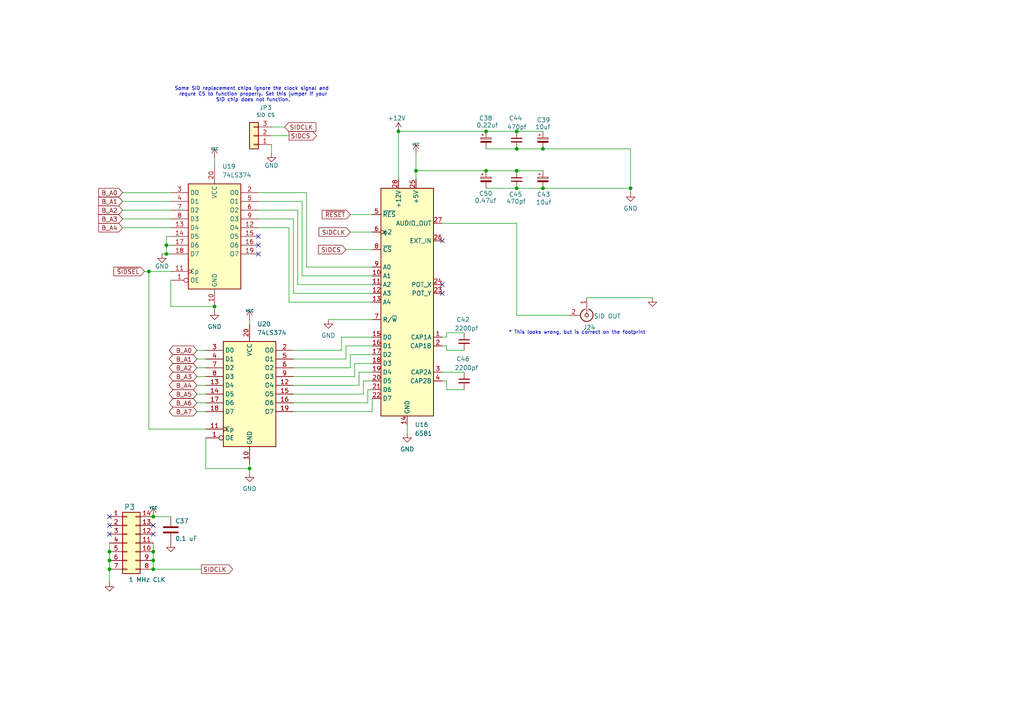
<source format=kicad_sch>
(kicad_sch
	(version 20250114)
	(generator "eeschema")
	(generator_version "9.0")
	(uuid "e57283d9-b167-44a1-b8b7-155bf91eb1d9")
	(paper "A4")
	(title_block
		(title "ISA VIDEO/SID")
		(date "2026-01-18")
		(rev "V1.0")
	)
	(lib_symbols
		(symbol "65xx-library:6581"
			(exclude_from_sim no)
			(in_bom yes)
			(on_board yes)
			(property "Reference" "U"
				(at 5.08 38.1 0)
				(effects
					(font
						(size 1.27 1.27)
					)
					(justify left)
				)
			)
			(property "Value" "6581"
				(at 5.08 35.56 0)
				(effects
					(font
						(size 1.27 1.27)
					)
					(justify left)
				)
			)
			(property "Footprint" "Package_DIP:DIP-28_W15.24mm"
				(at 0 48.26 0)
				(effects
					(font
						(size 1.27 1.27)
					)
					(hide yes)
				)
			)
			(property "Datasheet" "http://www.6502.org/documents/datasheets/mos/mos_6581_sid.pdf"
				(at 2.54 45.72 0)
				(effects
					(font
						(size 1.27 1.27)
					)
					(hide yes)
				)
			)
			(property "Description" "NMOS Sound Interface Device (SID), 3-Voice Sound Synthesizer, DIP-28"
				(at 0 0 0)
				(effects
					(font
						(size 1.27 1.27)
					)
					(hide yes)
				)
			)
			(property "ki_keywords" "6581 SID Sound"
				(at 0 0 0)
				(effects
					(font
						(size 1.27 1.27)
					)
					(hide yes)
				)
			)
			(property "ki_fp_filters" "DIP*W15.24mm*"
				(at 0 0 0)
				(effects
					(font
						(size 1.27 1.27)
					)
					(hide yes)
				)
			)
			(symbol "6581_0_1"
				(rectangle
					(start -7.62 33.02)
					(end 7.62 -33.02)
					(stroke
						(width 0.254)
						(type default)
					)
					(fill
						(type background)
					)
				)
			)
			(symbol "6581_1_1"
				(pin input line
					(at -10.16 25.4 0)
					(length 2.54)
					(name "~{RES}"
						(effects
							(font
								(size 1.27 1.27)
							)
						)
					)
					(number "5"
						(effects
							(font
								(size 1.27 1.27)
							)
						)
					)
				)
				(pin input clock
					(at -10.16 20.32 0)
					(length 2.54)
					(name "ϕ2"
						(effects
							(font
								(size 1.27 1.27)
							)
						)
					)
					(number "6"
						(effects
							(font
								(size 1.27 1.27)
							)
						)
					)
				)
				(pin input line
					(at -10.16 15.24 0)
					(length 2.54)
					(name "~{CS}"
						(effects
							(font
								(size 1.27 1.27)
							)
						)
					)
					(number "8"
						(effects
							(font
								(size 1.27 1.27)
							)
						)
					)
				)
				(pin input line
					(at -10.16 10.16 0)
					(length 2.54)
					(name "A0"
						(effects
							(font
								(size 1.27 1.27)
							)
						)
					)
					(number "9"
						(effects
							(font
								(size 1.27 1.27)
							)
						)
					)
				)
				(pin input line
					(at -10.16 7.62 0)
					(length 2.54)
					(name "A1"
						(effects
							(font
								(size 1.27 1.27)
							)
						)
					)
					(number "10"
						(effects
							(font
								(size 1.27 1.27)
							)
						)
					)
				)
				(pin input line
					(at -10.16 5.08 0)
					(length 2.54)
					(name "A2"
						(effects
							(font
								(size 1.27 1.27)
							)
						)
					)
					(number "11"
						(effects
							(font
								(size 1.27 1.27)
							)
						)
					)
				)
				(pin input line
					(at -10.16 2.54 0)
					(length 2.54)
					(name "A3"
						(effects
							(font
								(size 1.27 1.27)
							)
						)
					)
					(number "12"
						(effects
							(font
								(size 1.27 1.27)
							)
						)
					)
				)
				(pin input line
					(at -10.16 0 0)
					(length 2.54)
					(name "A4"
						(effects
							(font
								(size 1.27 1.27)
							)
						)
					)
					(number "13"
						(effects
							(font
								(size 1.27 1.27)
							)
						)
					)
				)
				(pin input line
					(at -10.16 -5.08 0)
					(length 2.54)
					(name "R/~{W}"
						(effects
							(font
								(size 1.27 1.27)
							)
						)
					)
					(number "7"
						(effects
							(font
								(size 1.27 1.27)
							)
						)
					)
				)
				(pin bidirectional line
					(at -10.16 -10.16 0)
					(length 2.54)
					(name "D0"
						(effects
							(font
								(size 1.27 1.27)
							)
						)
					)
					(number "15"
						(effects
							(font
								(size 1.27 1.27)
							)
						)
					)
				)
				(pin bidirectional line
					(at -10.16 -12.7 0)
					(length 2.54)
					(name "D1"
						(effects
							(font
								(size 1.27 1.27)
							)
						)
					)
					(number "16"
						(effects
							(font
								(size 1.27 1.27)
							)
						)
					)
				)
				(pin bidirectional line
					(at -10.16 -15.24 0)
					(length 2.54)
					(name "D2"
						(effects
							(font
								(size 1.27 1.27)
							)
						)
					)
					(number "17"
						(effects
							(font
								(size 1.27 1.27)
							)
						)
					)
				)
				(pin bidirectional line
					(at -10.16 -17.78 0)
					(length 2.54)
					(name "D3"
						(effects
							(font
								(size 1.27 1.27)
							)
						)
					)
					(number "18"
						(effects
							(font
								(size 1.27 1.27)
							)
						)
					)
				)
				(pin bidirectional line
					(at -10.16 -20.32 0)
					(length 2.54)
					(name "D4"
						(effects
							(font
								(size 1.27 1.27)
							)
						)
					)
					(number "19"
						(effects
							(font
								(size 1.27 1.27)
							)
						)
					)
				)
				(pin bidirectional line
					(at -10.16 -22.86 0)
					(length 2.54)
					(name "D5"
						(effects
							(font
								(size 1.27 1.27)
							)
						)
					)
					(number "20"
						(effects
							(font
								(size 1.27 1.27)
							)
						)
					)
				)
				(pin bidirectional line
					(at -10.16 -25.4 0)
					(length 2.54)
					(name "D6"
						(effects
							(font
								(size 1.27 1.27)
							)
						)
					)
					(number "21"
						(effects
							(font
								(size 1.27 1.27)
							)
						)
					)
				)
				(pin bidirectional line
					(at -10.16 -27.94 0)
					(length 2.54)
					(name "D7"
						(effects
							(font
								(size 1.27 1.27)
							)
						)
					)
					(number "22"
						(effects
							(font
								(size 1.27 1.27)
							)
						)
					)
				)
				(pin power_in line
					(at -2.54 35.56 270)
					(length 2.54)
					(name "+12V"
						(effects
							(font
								(size 1.27 1.27)
							)
						)
					)
					(number "28"
						(effects
							(font
								(size 1.27 1.27)
							)
						)
					)
				)
				(pin power_in line
					(at 0 -35.56 90)
					(length 2.54)
					(name "GND"
						(effects
							(font
								(size 1.27 1.27)
							)
						)
					)
					(number "14"
						(effects
							(font
								(size 1.27 1.27)
							)
						)
					)
				)
				(pin power_in line
					(at 2.54 35.56 270)
					(length 2.54)
					(name "+5V"
						(effects
							(font
								(size 1.27 1.27)
							)
						)
					)
					(number "25"
						(effects
							(font
								(size 1.27 1.27)
							)
						)
					)
				)
				(pin output line
					(at 10.16 22.86 180)
					(length 2.54)
					(name "AUDIO_OUT"
						(effects
							(font
								(size 1.27 1.27)
							)
						)
					)
					(number "27"
						(effects
							(font
								(size 1.27 1.27)
							)
						)
					)
				)
				(pin input line
					(at 10.16 17.78 180)
					(length 2.54)
					(name "EXT_IN"
						(effects
							(font
								(size 1.27 1.27)
							)
						)
					)
					(number "26"
						(effects
							(font
								(size 1.27 1.27)
							)
						)
					)
				)
				(pin input line
					(at 10.16 5.08 180)
					(length 2.54)
					(name "POT_X"
						(effects
							(font
								(size 1.27 1.27)
							)
						)
					)
					(number "24"
						(effects
							(font
								(size 1.27 1.27)
							)
						)
					)
				)
				(pin input line
					(at 10.16 2.54 180)
					(length 2.54)
					(name "POT_Y"
						(effects
							(font
								(size 1.27 1.27)
							)
						)
					)
					(number "23"
						(effects
							(font
								(size 1.27 1.27)
							)
						)
					)
				)
				(pin passive line
					(at 10.16 -10.16 180)
					(length 2.54)
					(name "CAP1A"
						(effects
							(font
								(size 1.27 1.27)
							)
						)
					)
					(number "1"
						(effects
							(font
								(size 1.27 1.27)
							)
						)
					)
				)
				(pin passive line
					(at 10.16 -12.7 180)
					(length 2.54)
					(name "CAP1B"
						(effects
							(font
								(size 1.27 1.27)
							)
						)
					)
					(number "2"
						(effects
							(font
								(size 1.27 1.27)
							)
						)
					)
				)
				(pin passive line
					(at 10.16 -20.32 180)
					(length 2.54)
					(name "CAP2A"
						(effects
							(font
								(size 1.27 1.27)
							)
						)
					)
					(number "3"
						(effects
							(font
								(size 1.27 1.27)
							)
						)
					)
				)
				(pin passive line
					(at 10.16 -22.86 180)
					(length 2.54)
					(name "CAP2B"
						(effects
							(font
								(size 1.27 1.27)
							)
						)
					)
					(number "4"
						(effects
							(font
								(size 1.27 1.27)
							)
						)
					)
				)
			)
			(embedded_fonts no)
		)
		(symbol "74xx:74LS374"
			(exclude_from_sim no)
			(in_bom yes)
			(on_board yes)
			(property "Reference" "U"
				(at -7.62 16.51 0)
				(effects
					(font
						(size 1.27 1.27)
					)
				)
			)
			(property "Value" "74LS374"
				(at -7.62 -16.51 0)
				(effects
					(font
						(size 1.27 1.27)
					)
				)
			)
			(property "Footprint" ""
				(at 0 0 0)
				(effects
					(font
						(size 1.27 1.27)
					)
					(hide yes)
				)
			)
			(property "Datasheet" "http://www.ti.com/lit/gpn/sn74LS374"
				(at 0 0 0)
				(effects
					(font
						(size 1.27 1.27)
					)
					(hide yes)
				)
			)
			(property "Description" "8-bit Register, 3-state outputs"
				(at 0 0 0)
				(effects
					(font
						(size 1.27 1.27)
					)
					(hide yes)
				)
			)
			(property "ki_keywords" "TTL DFF DFF8 REG 3State"
				(at 0 0 0)
				(effects
					(font
						(size 1.27 1.27)
					)
					(hide yes)
				)
			)
			(property "ki_fp_filters" "DIP?20* SOIC?20* SO?20*"
				(at 0 0 0)
				(effects
					(font
						(size 1.27 1.27)
					)
					(hide yes)
				)
			)
			(symbol "74LS374_1_0"
				(pin input line
					(at -12.7 12.7 0)
					(length 5.08)
					(name "D0"
						(effects
							(font
								(size 1.27 1.27)
							)
						)
					)
					(number "3"
						(effects
							(font
								(size 1.27 1.27)
							)
						)
					)
				)
				(pin input line
					(at -12.7 10.16 0)
					(length 5.08)
					(name "D1"
						(effects
							(font
								(size 1.27 1.27)
							)
						)
					)
					(number "4"
						(effects
							(font
								(size 1.27 1.27)
							)
						)
					)
				)
				(pin input line
					(at -12.7 7.62 0)
					(length 5.08)
					(name "D2"
						(effects
							(font
								(size 1.27 1.27)
							)
						)
					)
					(number "7"
						(effects
							(font
								(size 1.27 1.27)
							)
						)
					)
				)
				(pin input line
					(at -12.7 5.08 0)
					(length 5.08)
					(name "D3"
						(effects
							(font
								(size 1.27 1.27)
							)
						)
					)
					(number "8"
						(effects
							(font
								(size 1.27 1.27)
							)
						)
					)
				)
				(pin input line
					(at -12.7 2.54 0)
					(length 5.08)
					(name "D4"
						(effects
							(font
								(size 1.27 1.27)
							)
						)
					)
					(number "13"
						(effects
							(font
								(size 1.27 1.27)
							)
						)
					)
				)
				(pin input line
					(at -12.7 0 0)
					(length 5.08)
					(name "D5"
						(effects
							(font
								(size 1.27 1.27)
							)
						)
					)
					(number "14"
						(effects
							(font
								(size 1.27 1.27)
							)
						)
					)
				)
				(pin input line
					(at -12.7 -2.54 0)
					(length 5.08)
					(name "D6"
						(effects
							(font
								(size 1.27 1.27)
							)
						)
					)
					(number "17"
						(effects
							(font
								(size 1.27 1.27)
							)
						)
					)
				)
				(pin input line
					(at -12.7 -5.08 0)
					(length 5.08)
					(name "D7"
						(effects
							(font
								(size 1.27 1.27)
							)
						)
					)
					(number "18"
						(effects
							(font
								(size 1.27 1.27)
							)
						)
					)
				)
				(pin input clock
					(at -12.7 -10.16 0)
					(length 5.08)
					(name "Cp"
						(effects
							(font
								(size 1.27 1.27)
							)
						)
					)
					(number "11"
						(effects
							(font
								(size 1.27 1.27)
							)
						)
					)
				)
				(pin input inverted
					(at -12.7 -12.7 0)
					(length 5.08)
					(name "OE"
						(effects
							(font
								(size 1.27 1.27)
							)
						)
					)
					(number "1"
						(effects
							(font
								(size 1.27 1.27)
							)
						)
					)
				)
				(pin power_in line
					(at 0 20.32 270)
					(length 5.08)
					(name "VCC"
						(effects
							(font
								(size 1.27 1.27)
							)
						)
					)
					(number "20"
						(effects
							(font
								(size 1.27 1.27)
							)
						)
					)
				)
				(pin power_in line
					(at 0 -20.32 90)
					(length 5.08)
					(name "GND"
						(effects
							(font
								(size 1.27 1.27)
							)
						)
					)
					(number "10"
						(effects
							(font
								(size 1.27 1.27)
							)
						)
					)
				)
				(pin tri_state line
					(at 12.7 12.7 180)
					(length 5.08)
					(name "O0"
						(effects
							(font
								(size 1.27 1.27)
							)
						)
					)
					(number "2"
						(effects
							(font
								(size 1.27 1.27)
							)
						)
					)
				)
				(pin tri_state line
					(at 12.7 10.16 180)
					(length 5.08)
					(name "O1"
						(effects
							(font
								(size 1.27 1.27)
							)
						)
					)
					(number "5"
						(effects
							(font
								(size 1.27 1.27)
							)
						)
					)
				)
				(pin tri_state line
					(at 12.7 7.62 180)
					(length 5.08)
					(name "O2"
						(effects
							(font
								(size 1.27 1.27)
							)
						)
					)
					(number "6"
						(effects
							(font
								(size 1.27 1.27)
							)
						)
					)
				)
				(pin tri_state line
					(at 12.7 5.08 180)
					(length 5.08)
					(name "O3"
						(effects
							(font
								(size 1.27 1.27)
							)
						)
					)
					(number "9"
						(effects
							(font
								(size 1.27 1.27)
							)
						)
					)
				)
				(pin tri_state line
					(at 12.7 2.54 180)
					(length 5.08)
					(name "O4"
						(effects
							(font
								(size 1.27 1.27)
							)
						)
					)
					(number "12"
						(effects
							(font
								(size 1.27 1.27)
							)
						)
					)
				)
				(pin tri_state line
					(at 12.7 0 180)
					(length 5.08)
					(name "O5"
						(effects
							(font
								(size 1.27 1.27)
							)
						)
					)
					(number "15"
						(effects
							(font
								(size 1.27 1.27)
							)
						)
					)
				)
				(pin tri_state line
					(at 12.7 -2.54 180)
					(length 5.08)
					(name "O6"
						(effects
							(font
								(size 1.27 1.27)
							)
						)
					)
					(number "16"
						(effects
							(font
								(size 1.27 1.27)
							)
						)
					)
				)
				(pin tri_state line
					(at 12.7 -5.08 180)
					(length 5.08)
					(name "O7"
						(effects
							(font
								(size 1.27 1.27)
							)
						)
					)
					(number "19"
						(effects
							(font
								(size 1.27 1.27)
							)
						)
					)
				)
			)
			(symbol "74LS374_1_1"
				(rectangle
					(start -7.62 15.24)
					(end 7.62 -15.24)
					(stroke
						(width 0.254)
						(type default)
					)
					(fill
						(type background)
					)
				)
			)
			(embedded_fonts no)
		)
		(symbol "Connector:Conn_Coaxial"
			(pin_names
				(offset 1.016)
				(hide yes)
			)
			(exclude_from_sim no)
			(in_bom yes)
			(on_board yes)
			(property "Reference" "J"
				(at 0.254 3.048 0)
				(effects
					(font
						(size 1.27 1.27)
					)
				)
			)
			(property "Value" "Conn_Coaxial"
				(at 2.921 0 90)
				(effects
					(font
						(size 1.27 1.27)
					)
				)
			)
			(property "Footprint" ""
				(at 0 0 0)
				(effects
					(font
						(size 1.27 1.27)
					)
					(hide yes)
				)
			)
			(property "Datasheet" "~"
				(at 0 0 0)
				(effects
					(font
						(size 1.27 1.27)
					)
					(hide yes)
				)
			)
			(property "Description" "coaxial connector (BNC, SMA, SMB, SMC, Cinch/RCA, LEMO, ...)"
				(at 0 0 0)
				(effects
					(font
						(size 1.27 1.27)
					)
					(hide yes)
				)
			)
			(property "ki_keywords" "BNC SMA SMB SMC LEMO coaxial connector CINCH RCA MCX MMCX U.FL UMRF"
				(at 0 0 0)
				(effects
					(font
						(size 1.27 1.27)
					)
					(hide yes)
				)
			)
			(property "ki_fp_filters" "*BNC* *SMA* *SMB* *SMC* *Cinch* *LEMO* *UMRF* *MCX* *U.FL*"
				(at 0 0 0)
				(effects
					(font
						(size 1.27 1.27)
					)
					(hide yes)
				)
			)
			(symbol "Conn_Coaxial_0_1"
				(polyline
					(pts
						(xy -2.54 0) (xy -0.508 0)
					)
					(stroke
						(width 0)
						(type default)
					)
					(fill
						(type none)
					)
				)
				(arc
					(start 1.778 0)
					(mid 0.222 -1.8079)
					(end -1.778 -0.508)
					(stroke
						(width 0.254)
						(type default)
					)
					(fill
						(type none)
					)
				)
				(arc
					(start -1.778 0.508)
					(mid 0.2221 1.8084)
					(end 1.778 0)
					(stroke
						(width 0.254)
						(type default)
					)
					(fill
						(type none)
					)
				)
				(circle
					(center 0 0)
					(radius 0.508)
					(stroke
						(width 0.2032)
						(type default)
					)
					(fill
						(type none)
					)
				)
				(polyline
					(pts
						(xy 0 -2.54) (xy 0 -1.778)
					)
					(stroke
						(width 0)
						(type default)
					)
					(fill
						(type none)
					)
				)
			)
			(symbol "Conn_Coaxial_1_1"
				(pin passive line
					(at -5.08 0 0)
					(length 2.54)
					(name "In"
						(effects
							(font
								(size 1.27 1.27)
							)
						)
					)
					(number "1"
						(effects
							(font
								(size 1.27 1.27)
							)
						)
					)
				)
				(pin passive line
					(at 0 -5.08 90)
					(length 2.54)
					(name "Ext"
						(effects
							(font
								(size 1.27 1.27)
							)
						)
					)
					(number "2"
						(effects
							(font
								(size 1.27 1.27)
							)
						)
					)
				)
			)
			(embedded_fonts no)
		)
		(symbol "Connector_Generic:Conn_01x03"
			(pin_names
				(offset 1.016)
				(hide yes)
			)
			(exclude_from_sim no)
			(in_bom yes)
			(on_board yes)
			(property "Reference" "J"
				(at 0 5.08 0)
				(effects
					(font
						(size 1.27 1.27)
					)
				)
			)
			(property "Value" "Conn_01x03"
				(at 0 -5.08 0)
				(effects
					(font
						(size 1.27 1.27)
					)
				)
			)
			(property "Footprint" ""
				(at 0 0 0)
				(effects
					(font
						(size 1.27 1.27)
					)
					(hide yes)
				)
			)
			(property "Datasheet" "~"
				(at 0 0 0)
				(effects
					(font
						(size 1.27 1.27)
					)
					(hide yes)
				)
			)
			(property "Description" "Generic connector, single row, 01x03, script generated (kicad-library-utils/schlib/autogen/connector/)"
				(at 0 0 0)
				(effects
					(font
						(size 1.27 1.27)
					)
					(hide yes)
				)
			)
			(property "ki_keywords" "connector"
				(at 0 0 0)
				(effects
					(font
						(size 1.27 1.27)
					)
					(hide yes)
				)
			)
			(property "ki_fp_filters" "Connector*:*_1x??_*"
				(at 0 0 0)
				(effects
					(font
						(size 1.27 1.27)
					)
					(hide yes)
				)
			)
			(symbol "Conn_01x03_1_1"
				(rectangle
					(start -1.27 3.81)
					(end 1.27 -3.81)
					(stroke
						(width 0.254)
						(type default)
					)
					(fill
						(type background)
					)
				)
				(rectangle
					(start -1.27 2.667)
					(end 0 2.413)
					(stroke
						(width 0.1524)
						(type default)
					)
					(fill
						(type none)
					)
				)
				(rectangle
					(start -1.27 0.127)
					(end 0 -0.127)
					(stroke
						(width 0.1524)
						(type default)
					)
					(fill
						(type none)
					)
				)
				(rectangle
					(start -1.27 -2.413)
					(end 0 -2.667)
					(stroke
						(width 0.1524)
						(type default)
					)
					(fill
						(type none)
					)
				)
				(pin passive line
					(at -5.08 2.54 0)
					(length 3.81)
					(name "Pin_1"
						(effects
							(font
								(size 1.27 1.27)
							)
						)
					)
					(number "1"
						(effects
							(font
								(size 1.27 1.27)
							)
						)
					)
				)
				(pin passive line
					(at -5.08 0 0)
					(length 3.81)
					(name "Pin_2"
						(effects
							(font
								(size 1.27 1.27)
							)
						)
					)
					(number "2"
						(effects
							(font
								(size 1.27 1.27)
							)
						)
					)
				)
				(pin passive line
					(at -5.08 -2.54 0)
					(length 3.81)
					(name "Pin_3"
						(effects
							(font
								(size 1.27 1.27)
							)
						)
					)
					(number "3"
						(effects
							(font
								(size 1.27 1.27)
							)
						)
					)
				)
			)
			(embedded_fonts no)
		)
		(symbol "Custom:CLK"
			(exclude_from_sim no)
			(in_bom yes)
			(on_board yes)
			(property "Reference" "U"
				(at 0 0 0)
				(effects
					(font
						(size 1.27 1.27)
					)
				)
			)
			(property "Value" ""
				(at 0 0 0)
				(effects
					(font
						(size 1.27 1.27)
					)
				)
			)
			(property "Footprint" ""
				(at 0 0 0)
				(effects
					(font
						(size 1.27 1.27)
					)
					(hide yes)
				)
			)
			(property "Datasheet" ""
				(at 0 0 0)
				(effects
					(font
						(size 1.27 1.27)
					)
					(hide yes)
				)
			)
			(property "Description" ""
				(at 0 0 0)
				(effects
					(font
						(size 1.27 1.27)
					)
					(hide yes)
				)
			)
			(symbol "CLK_1_1"
				(rectangle
					(start -2.54 -1.27)
					(end 2.54 -19.05)
					(stroke
						(width 0.254)
						(type default)
					)
					(fill
						(type background)
					)
				)
				(rectangle
					(start -2.54 -2.413)
					(end -1.27 -2.667)
					(stroke
						(width 0.1524)
						(type default)
					)
					(fill
						(type none)
					)
				)
				(rectangle
					(start -2.54 -4.953)
					(end -1.27 -5.207)
					(stroke
						(width 0.1524)
						(type default)
					)
					(fill
						(type none)
					)
				)
				(rectangle
					(start -2.54 -7.493)
					(end -1.27 -7.747)
					(stroke
						(width 0.1524)
						(type default)
					)
					(fill
						(type none)
					)
				)
				(rectangle
					(start -2.54 -10.033)
					(end -1.27 -10.287)
					(stroke
						(width 0.1524)
						(type default)
					)
					(fill
						(type none)
					)
				)
				(rectangle
					(start -2.54 -12.573)
					(end -1.27 -12.827)
					(stroke
						(width 0.1524)
						(type default)
					)
					(fill
						(type none)
					)
				)
				(rectangle
					(start -2.54 -15.113)
					(end -1.27 -15.367)
					(stroke
						(width 0.1524)
						(type default)
					)
					(fill
						(type none)
					)
				)
				(rectangle
					(start -2.54 -17.653)
					(end -1.27 -17.907)
					(stroke
						(width 0.1524)
						(type default)
					)
					(fill
						(type none)
					)
				)
				(rectangle
					(start 2.54 -2.413)
					(end 1.27 -2.667)
					(stroke
						(width 0.1524)
						(type default)
					)
					(fill
						(type none)
					)
				)
				(rectangle
					(start 2.54 -4.953)
					(end 1.27 -5.207)
					(stroke
						(width 0.1524)
						(type default)
					)
					(fill
						(type none)
					)
				)
				(rectangle
					(start 2.54 -7.493)
					(end 1.27 -7.747)
					(stroke
						(width 0.1524)
						(type default)
					)
					(fill
						(type none)
					)
				)
				(rectangle
					(start 2.54 -10.033)
					(end 1.27 -10.287)
					(stroke
						(width 0.1524)
						(type default)
					)
					(fill
						(type none)
					)
				)
				(rectangle
					(start 2.54 -12.573)
					(end 1.27 -12.827)
					(stroke
						(width 0.1524)
						(type default)
					)
					(fill
						(type none)
					)
				)
				(rectangle
					(start 2.54 -15.113)
					(end 1.27 -15.367)
					(stroke
						(width 0.1524)
						(type default)
					)
					(fill
						(type none)
					)
				)
				(rectangle
					(start 2.54 -17.653)
					(end 1.27 -17.907)
					(stroke
						(width 0.1524)
						(type default)
					)
					(fill
						(type none)
					)
				)
				(pin passive line
					(at -6.35 -2.54 0)
					(length 3.81)
					(name ""
						(effects
							(font
								(size 1.27 1.27)
							)
						)
					)
					(number "1"
						(effects
							(font
								(size 1.27 1.27)
							)
						)
					)
				)
				(pin passive line
					(at -6.35 -5.08 0)
					(length 3.81)
					(name ""
						(effects
							(font
								(size 1.27 1.27)
							)
						)
					)
					(number "2"
						(effects
							(font
								(size 1.27 1.27)
							)
						)
					)
				)
				(pin passive line
					(at -6.35 -7.62 0)
					(length 3.81)
					(name ""
						(effects
							(font
								(size 1.27 1.27)
							)
						)
					)
					(number "3"
						(effects
							(font
								(size 1.27 1.27)
							)
						)
					)
				)
				(pin passive line
					(at -6.35 -10.16 0)
					(length 3.81)
					(name ""
						(effects
							(font
								(size 1.27 1.27)
							)
						)
					)
					(number "4"
						(effects
							(font
								(size 1.27 1.27)
							)
						)
					)
				)
				(pin passive line
					(at -6.35 -12.7 0)
					(length 3.81)
					(name ""
						(effects
							(font
								(size 1.27 1.27)
							)
						)
					)
					(number "5"
						(effects
							(font
								(size 1.27 1.27)
							)
						)
					)
				)
				(pin passive line
					(at -6.35 -15.24 0)
					(length 3.81)
					(name ""
						(effects
							(font
								(size 1.27 1.27)
							)
						)
					)
					(number "6"
						(effects
							(font
								(size 1.27 1.27)
							)
						)
					)
				)
				(pin passive line
					(at -6.35 -17.78 0)
					(length 3.81)
					(name ""
						(effects
							(font
								(size 1.27 1.27)
							)
						)
					)
					(number "7"
						(effects
							(font
								(size 1.27 1.27)
							)
						)
					)
				)
				(pin passive line
					(at 6.35 -2.54 180)
					(length 3.81)
					(name ""
						(effects
							(font
								(size 1.27 1.27)
							)
						)
					)
					(number "14"
						(effects
							(font
								(size 1.27 1.27)
							)
						)
					)
				)
				(pin passive line
					(at 6.35 -5.08 180)
					(length 3.81)
					(name ""
						(effects
							(font
								(size 1.27 1.27)
							)
						)
					)
					(number "13"
						(effects
							(font
								(size 1.27 1.27)
							)
						)
					)
				)
				(pin passive line
					(at 6.35 -7.62 180)
					(length 3.81)
					(name ""
						(effects
							(font
								(size 1.27 1.27)
							)
						)
					)
					(number "12"
						(effects
							(font
								(size 1.27 1.27)
							)
						)
					)
				)
				(pin passive line
					(at 6.35 -10.16 180)
					(length 3.81)
					(name ""
						(effects
							(font
								(size 1.27 1.27)
							)
						)
					)
					(number "11"
						(effects
							(font
								(size 1.27 1.27)
							)
						)
					)
				)
				(pin passive line
					(at 6.35 -12.7 180)
					(length 3.81)
					(name ""
						(effects
							(font
								(size 1.27 1.27)
							)
						)
					)
					(number "10"
						(effects
							(font
								(size 1.27 1.27)
							)
						)
					)
				)
				(pin passive line
					(at 6.35 -15.24 180)
					(length 3.81)
					(name ""
						(effects
							(font
								(size 1.27 1.27)
							)
						)
					)
					(number "9"
						(effects
							(font
								(size 1.27 1.27)
							)
						)
					)
				)
				(pin passive line
					(at 6.35 -17.78 180)
					(length 3.81)
					(name ""
						(effects
							(font
								(size 1.27 1.27)
							)
						)
					)
					(number "8"
						(effects
							(font
								(size 1.27 1.27)
							)
						)
					)
				)
			)
			(embedded_fonts no)
		)
		(symbol "Device:C"
			(pin_numbers
				(hide yes)
			)
			(pin_names
				(offset 0.254)
			)
			(exclude_from_sim no)
			(in_bom yes)
			(on_board yes)
			(property "Reference" "C"
				(at 0.635 2.54 0)
				(effects
					(font
						(size 1.27 1.27)
					)
					(justify left)
				)
			)
			(property "Value" "C"
				(at 0.635 -2.54 0)
				(effects
					(font
						(size 1.27 1.27)
					)
					(justify left)
				)
			)
			(property "Footprint" ""
				(at 0.9652 -3.81 0)
				(effects
					(font
						(size 1.27 1.27)
					)
					(hide yes)
				)
			)
			(property "Datasheet" "~"
				(at 0 0 0)
				(effects
					(font
						(size 1.27 1.27)
					)
					(hide yes)
				)
			)
			(property "Description" "Unpolarized capacitor"
				(at 0 0 0)
				(effects
					(font
						(size 1.27 1.27)
					)
					(hide yes)
				)
			)
			(property "ki_keywords" "cap capacitor"
				(at 0 0 0)
				(effects
					(font
						(size 1.27 1.27)
					)
					(hide yes)
				)
			)
			(property "ki_fp_filters" "C_*"
				(at 0 0 0)
				(effects
					(font
						(size 1.27 1.27)
					)
					(hide yes)
				)
			)
			(symbol "C_0_1"
				(polyline
					(pts
						(xy -2.032 0.762) (xy 2.032 0.762)
					)
					(stroke
						(width 0.508)
						(type default)
					)
					(fill
						(type none)
					)
				)
				(polyline
					(pts
						(xy -2.032 -0.762) (xy 2.032 -0.762)
					)
					(stroke
						(width 0.508)
						(type default)
					)
					(fill
						(type none)
					)
				)
			)
			(symbol "C_1_1"
				(pin passive line
					(at 0 3.81 270)
					(length 2.794)
					(name "~"
						(effects
							(font
								(size 1.27 1.27)
							)
						)
					)
					(number "1"
						(effects
							(font
								(size 1.27 1.27)
							)
						)
					)
				)
				(pin passive line
					(at 0 -3.81 90)
					(length 2.794)
					(name "~"
						(effects
							(font
								(size 1.27 1.27)
							)
						)
					)
					(number "2"
						(effects
							(font
								(size 1.27 1.27)
							)
						)
					)
				)
			)
			(embedded_fonts no)
		)
		(symbol "Device:C_Polarized_Small"
			(pin_numbers
				(hide yes)
			)
			(pin_names
				(offset 0.254)
				(hide yes)
			)
			(exclude_from_sim no)
			(in_bom yes)
			(on_board yes)
			(property "Reference" "C"
				(at 0.254 1.778 0)
				(effects
					(font
						(size 1.27 1.27)
					)
					(justify left)
				)
			)
			(property "Value" "C_Polarized_Small"
				(at 0.254 -2.032 0)
				(effects
					(font
						(size 1.27 1.27)
					)
					(justify left)
				)
			)
			(property "Footprint" ""
				(at 0 0 0)
				(effects
					(font
						(size 1.27 1.27)
					)
					(hide yes)
				)
			)
			(property "Datasheet" "~"
				(at 0 0 0)
				(effects
					(font
						(size 1.27 1.27)
					)
					(hide yes)
				)
			)
			(property "Description" "Polarized capacitor, small symbol"
				(at 0 0 0)
				(effects
					(font
						(size 1.27 1.27)
					)
					(hide yes)
				)
			)
			(property "ki_keywords" "cap capacitor"
				(at 0 0 0)
				(effects
					(font
						(size 1.27 1.27)
					)
					(hide yes)
				)
			)
			(property "ki_fp_filters" "CP_*"
				(at 0 0 0)
				(effects
					(font
						(size 1.27 1.27)
					)
					(hide yes)
				)
			)
			(symbol "C_Polarized_Small_0_1"
				(rectangle
					(start -1.524 0.6858)
					(end 1.524 0.3048)
					(stroke
						(width 0)
						(type default)
					)
					(fill
						(type none)
					)
				)
				(rectangle
					(start -1.524 -0.3048)
					(end 1.524 -0.6858)
					(stroke
						(width 0)
						(type default)
					)
					(fill
						(type outline)
					)
				)
				(polyline
					(pts
						(xy -1.27 1.524) (xy -0.762 1.524)
					)
					(stroke
						(width 0)
						(type default)
					)
					(fill
						(type none)
					)
				)
				(polyline
					(pts
						(xy -1.016 1.27) (xy -1.016 1.778)
					)
					(stroke
						(width 0)
						(type default)
					)
					(fill
						(type none)
					)
				)
			)
			(symbol "C_Polarized_Small_1_1"
				(pin passive line
					(at 0 2.54 270)
					(length 1.8542)
					(name "~"
						(effects
							(font
								(size 1.27 1.27)
							)
						)
					)
					(number "1"
						(effects
							(font
								(size 1.27 1.27)
							)
						)
					)
				)
				(pin passive line
					(at 0 -2.54 90)
					(length 1.8542)
					(name "~"
						(effects
							(font
								(size 1.27 1.27)
							)
						)
					)
					(number "2"
						(effects
							(font
								(size 1.27 1.27)
							)
						)
					)
				)
			)
			(embedded_fonts no)
		)
		(symbol "Device:C_Small"
			(pin_numbers
				(hide yes)
			)
			(pin_names
				(offset 0.254)
				(hide yes)
			)
			(exclude_from_sim no)
			(in_bom yes)
			(on_board yes)
			(property "Reference" "C"
				(at 0.254 1.778 0)
				(effects
					(font
						(size 1.27 1.27)
					)
					(justify left)
				)
			)
			(property "Value" "C_Small"
				(at 0.254 -2.032 0)
				(effects
					(font
						(size 1.27 1.27)
					)
					(justify left)
				)
			)
			(property "Footprint" ""
				(at 0 0 0)
				(effects
					(font
						(size 1.27 1.27)
					)
					(hide yes)
				)
			)
			(property "Datasheet" "~"
				(at 0 0 0)
				(effects
					(font
						(size 1.27 1.27)
					)
					(hide yes)
				)
			)
			(property "Description" "Unpolarized capacitor, small symbol"
				(at 0 0 0)
				(effects
					(font
						(size 1.27 1.27)
					)
					(hide yes)
				)
			)
			(property "ki_keywords" "capacitor cap"
				(at 0 0 0)
				(effects
					(font
						(size 1.27 1.27)
					)
					(hide yes)
				)
			)
			(property "ki_fp_filters" "C_*"
				(at 0 0 0)
				(effects
					(font
						(size 1.27 1.27)
					)
					(hide yes)
				)
			)
			(symbol "C_Small_0_1"
				(polyline
					(pts
						(xy -1.524 0.508) (xy 1.524 0.508)
					)
					(stroke
						(width 0.3048)
						(type default)
					)
					(fill
						(type none)
					)
				)
				(polyline
					(pts
						(xy -1.524 -0.508) (xy 1.524 -0.508)
					)
					(stroke
						(width 0.3302)
						(type default)
					)
					(fill
						(type none)
					)
				)
			)
			(symbol "C_Small_1_1"
				(pin passive line
					(at 0 2.54 270)
					(length 2.032)
					(name "~"
						(effects
							(font
								(size 1.27 1.27)
							)
						)
					)
					(number "1"
						(effects
							(font
								(size 1.27 1.27)
							)
						)
					)
				)
				(pin passive line
					(at 0 -2.54 90)
					(length 2.032)
					(name "~"
						(effects
							(font
								(size 1.27 1.27)
							)
						)
					)
					(number "2"
						(effects
							(font
								(size 1.27 1.27)
							)
						)
					)
				)
			)
			(embedded_fonts no)
		)
		(symbol "power:+12V"
			(power)
			(pin_numbers
				(hide yes)
			)
			(pin_names
				(offset 0)
				(hide yes)
			)
			(exclude_from_sim no)
			(in_bom yes)
			(on_board yes)
			(property "Reference" "#PWR"
				(at 0 -3.81 0)
				(effects
					(font
						(size 1.27 1.27)
					)
					(hide yes)
				)
			)
			(property "Value" "+12V"
				(at 0 3.556 0)
				(effects
					(font
						(size 1.27 1.27)
					)
				)
			)
			(property "Footprint" ""
				(at 0 0 0)
				(effects
					(font
						(size 1.27 1.27)
					)
					(hide yes)
				)
			)
			(property "Datasheet" ""
				(at 0 0 0)
				(effects
					(font
						(size 1.27 1.27)
					)
					(hide yes)
				)
			)
			(property "Description" "Power symbol creates a global label with name \"+12V\""
				(at 0 0 0)
				(effects
					(font
						(size 1.27 1.27)
					)
					(hide yes)
				)
			)
			(property "ki_keywords" "global power"
				(at 0 0 0)
				(effects
					(font
						(size 1.27 1.27)
					)
					(hide yes)
				)
			)
			(symbol "+12V_0_1"
				(polyline
					(pts
						(xy -0.762 1.27) (xy 0 2.54)
					)
					(stroke
						(width 0)
						(type default)
					)
					(fill
						(type none)
					)
				)
				(polyline
					(pts
						(xy 0 2.54) (xy 0.762 1.27)
					)
					(stroke
						(width 0)
						(type default)
					)
					(fill
						(type none)
					)
				)
				(polyline
					(pts
						(xy 0 0) (xy 0 2.54)
					)
					(stroke
						(width 0)
						(type default)
					)
					(fill
						(type none)
					)
				)
			)
			(symbol "+12V_1_1"
				(pin power_in line
					(at 0 0 90)
					(length 0)
					(name "~"
						(effects
							(font
								(size 1.27 1.27)
							)
						)
					)
					(number "1"
						(effects
							(font
								(size 1.27 1.27)
							)
						)
					)
				)
			)
			(embedded_fonts no)
		)
		(symbol "power:GND"
			(power)
			(pin_numbers
				(hide yes)
			)
			(pin_names
				(offset 0)
				(hide yes)
			)
			(exclude_from_sim no)
			(in_bom yes)
			(on_board yes)
			(property "Reference" "#PWR"
				(at 0 -6.35 0)
				(effects
					(font
						(size 1.27 1.27)
					)
					(hide yes)
				)
			)
			(property "Value" "GND"
				(at 0 -3.81 0)
				(effects
					(font
						(size 1.27 1.27)
					)
				)
			)
			(property "Footprint" ""
				(at 0 0 0)
				(effects
					(font
						(size 1.27 1.27)
					)
					(hide yes)
				)
			)
			(property "Datasheet" ""
				(at 0 0 0)
				(effects
					(font
						(size 1.27 1.27)
					)
					(hide yes)
				)
			)
			(property "Description" "Power symbol creates a global label with name \"GND\" , ground"
				(at 0 0 0)
				(effects
					(font
						(size 1.27 1.27)
					)
					(hide yes)
				)
			)
			(property "ki_keywords" "global power"
				(at 0 0 0)
				(effects
					(font
						(size 1.27 1.27)
					)
					(hide yes)
				)
			)
			(symbol "GND_0_1"
				(polyline
					(pts
						(xy 0 0) (xy 0 -1.27) (xy 1.27 -1.27) (xy 0 -2.54) (xy -1.27 -1.27) (xy 0 -1.27)
					)
					(stroke
						(width 0)
						(type default)
					)
					(fill
						(type none)
					)
				)
			)
			(symbol "GND_1_1"
				(pin power_in line
					(at 0 0 270)
					(length 0)
					(name "~"
						(effects
							(font
								(size 1.27 1.27)
							)
						)
					)
					(number "1"
						(effects
							(font
								(size 1.27 1.27)
							)
						)
					)
				)
			)
			(embedded_fonts no)
		)
		(symbol "power:VCC"
			(power)
			(pin_numbers
				(hide yes)
			)
			(pin_names
				(offset 0)
				(hide yes)
			)
			(exclude_from_sim no)
			(in_bom yes)
			(on_board yes)
			(property "Reference" "#PWR"
				(at 0 -3.81 0)
				(effects
					(font
						(size 1.27 1.27)
					)
					(hide yes)
				)
			)
			(property "Value" "VCC"
				(at 0 3.556 0)
				(effects
					(font
						(size 1.27 1.27)
					)
				)
			)
			(property "Footprint" ""
				(at 0 0 0)
				(effects
					(font
						(size 1.27 1.27)
					)
					(hide yes)
				)
			)
			(property "Datasheet" ""
				(at 0 0 0)
				(effects
					(font
						(size 1.27 1.27)
					)
					(hide yes)
				)
			)
			(property "Description" "Power symbol creates a global label with name \"VCC\""
				(at 0 0 0)
				(effects
					(font
						(size 1.27 1.27)
					)
					(hide yes)
				)
			)
			(property "ki_keywords" "global power"
				(at 0 0 0)
				(effects
					(font
						(size 1.27 1.27)
					)
					(hide yes)
				)
			)
			(symbol "VCC_0_1"
				(polyline
					(pts
						(xy -0.762 1.27) (xy 0 2.54)
					)
					(stroke
						(width 0)
						(type default)
					)
					(fill
						(type none)
					)
				)
				(polyline
					(pts
						(xy 0 2.54) (xy 0.762 1.27)
					)
					(stroke
						(width 0)
						(type default)
					)
					(fill
						(type none)
					)
				)
				(polyline
					(pts
						(xy 0 0) (xy 0 2.54)
					)
					(stroke
						(width 0)
						(type default)
					)
					(fill
						(type none)
					)
				)
			)
			(symbol "VCC_1_1"
				(pin power_in line
					(at 0 0 90)
					(length 0)
					(name "~"
						(effects
							(font
								(size 1.27 1.27)
							)
						)
					)
					(number "1"
						(effects
							(font
								(size 1.27 1.27)
							)
						)
					)
				)
			)
			(embedded_fonts no)
		)
	)
	(text "Some SID replacement chips ignore the clock signal and \nrequre CS to function properly. Set this jumper if your\nSID chip does not function."
		(exclude_from_sim no)
		(at 73.406 27.432 0)
		(effects
			(font
				(size 1.016 1.016)
			)
		)
		(uuid "521ea975-e779-4dce-bcc3-85c306567c77")
	)
	(text "* This looks wrong, but is correct on the footprint\n"
		(exclude_from_sim no)
		(at 167.386 96.52 0)
		(effects
			(font
				(size 1.016 1.016)
			)
		)
		(uuid "7e15c70f-6a71-425a-b4c1-996ce6923ec2")
	)
	(junction
		(at 149.86 49.53)
		(diameter 0)
		(color 0 0 0 0)
		(uuid "05dbca97-e849-4dff-8125-b2a03b1a0342")
	)
	(junction
		(at 31.75 165.1)
		(diameter 0)
		(color 0 0 0 0)
		(uuid "21597275-1949-41b3-bc09-7b08a008af35")
	)
	(junction
		(at 48.26 71.12)
		(diameter 0)
		(color 0 0 0 0)
		(uuid "373d67e0-e349-4b4b-b099-3c55e63954b6")
	)
	(junction
		(at 43.18 78.74)
		(diameter 0)
		(color 0 0 0 0)
		(uuid "3c51b256-3c8b-45ec-bdb6-90a181279571")
	)
	(junction
		(at 149.86 43.18)
		(diameter 0)
		(color 0 0 0 0)
		(uuid "3eb368a4-cb78-4282-9b77-c6e4c107d83f")
	)
	(junction
		(at 44.45 160.02)
		(diameter 0)
		(color 0 0 0 0)
		(uuid "4b98b430-9748-4832-91e0-3949fb9472dd")
	)
	(junction
		(at 31.75 160.02)
		(diameter 0)
		(color 0 0 0 0)
		(uuid "4e3f466a-297a-4e38-aecb-05bebd2ba9c4")
	)
	(junction
		(at 157.48 54.61)
		(diameter 0)
		(color 0 0 0 0)
		(uuid "50d1943d-503c-4d9a-99c9-e2aa60e1c1b0")
	)
	(junction
		(at 31.75 162.56)
		(diameter 0)
		(color 0 0 0 0)
		(uuid "5427452d-7bf8-4109-9c42-b799a7b285bb")
	)
	(junction
		(at 157.48 43.18)
		(diameter 0)
		(color 0 0 0 0)
		(uuid "56d57095-cce9-4916-8a45-80d280a3fc57")
	)
	(junction
		(at 149.86 54.61)
		(diameter 0)
		(color 0 0 0 0)
		(uuid "576b295f-42ee-4289-85ff-c5032bb5fab1")
	)
	(junction
		(at 62.23 88.9)
		(diameter 0)
		(color 0 0 0 0)
		(uuid "72e5f11e-c916-4f0f-91e5-db1ba9224f04")
	)
	(junction
		(at 72.39 135.89)
		(diameter 0)
		(color 0 0 0 0)
		(uuid "73a1b6a0-765a-4644-98f1-a1b1b480a980")
	)
	(junction
		(at 140.97 38.1)
		(diameter 0)
		(color 0 0 0 0)
		(uuid "77914710-41a9-428f-9573-9c2710a3d933")
	)
	(junction
		(at 44.45 162.56)
		(diameter 0)
		(color 0 0 0 0)
		(uuid "85fd50e1-206b-45c7-8536-772c571905f0")
	)
	(junction
		(at 149.86 38.1)
		(diameter 0)
		(color 0 0 0 0)
		(uuid "8d734d02-e0b5-4501-b82d-3bd90dbc2180")
	)
	(junction
		(at 44.45 165.1)
		(diameter 0)
		(color 0 0 0 0)
		(uuid "930d7e4d-0ea5-480a-b258-79e3c670d293")
	)
	(junction
		(at 120.65 49.53)
		(diameter 0)
		(color 0 0 0 0)
		(uuid "993ff3ed-e695-4d17-991f-bb736629687f")
	)
	(junction
		(at 44.45 149.86)
		(diameter 0)
		(color 0 0 0 0)
		(uuid "a01b567c-a63b-4c12-b6fb-111b700df87f")
	)
	(junction
		(at 182.88 54.61)
		(diameter 0)
		(color 0 0 0 0)
		(uuid "a284d1c3-43f6-46cf-8747-13abcdabcb28")
	)
	(junction
		(at 140.97 49.53)
		(diameter 0)
		(color 0 0 0 0)
		(uuid "a7e07b45-c72a-4d95-93bc-b57a63edd614")
	)
	(junction
		(at 48.26 73.66)
		(diameter 0)
		(color 0 0 0 0)
		(uuid "e21d30c9-dd9f-444a-b8e9-c8e5ff56f01f")
	)
	(junction
		(at 115.57 38.1)
		(diameter 0)
		(color 0 0 0 0)
		(uuid "e77aebe7-5746-4cdb-8824-d3aa2362cb7b")
	)
	(no_connect
		(at 74.93 71.12)
		(uuid "01cddb95-f34d-4896-837b-82d6462ee368")
	)
	(no_connect
		(at 128.27 82.55)
		(uuid "12faf386-f687-4518-9e9b-866c11ed17f6")
	)
	(no_connect
		(at 44.45 154.94)
		(uuid "23c29fe9-c05e-4a21-b43f-739c44bd4025")
	)
	(no_connect
		(at 31.75 152.4)
		(uuid "3f14d183-3a4f-4a9e-9079-fa8870c2fa7a")
	)
	(no_connect
		(at 128.27 85.09)
		(uuid "3f6bd377-b68c-41fb-9ab3-a2ac19aaf89c")
	)
	(no_connect
		(at 74.93 68.58)
		(uuid "580535ec-7e12-4122-8f86-b8f4f062c4fd")
	)
	(no_connect
		(at 128.27 69.85)
		(uuid "6739ed7f-04ca-4f3d-a7b9-571fdc311118")
	)
	(no_connect
		(at 44.45 152.4)
		(uuid "81a7c9f6-4b1b-4e7b-8d47-bd0295dcb96c")
	)
	(no_connect
		(at 31.75 149.86)
		(uuid "9df07f8e-d961-4e22-8fd3-8955971bc45e")
	)
	(no_connect
		(at 31.75 154.94)
		(uuid "ab770962-4f3d-4290-a329-34b2a8229d34")
	)
	(no_connect
		(at 74.93 73.66)
		(uuid "d04e683a-1eff-4f05-9d50-c3e8d16edb47")
	)
	(wire
		(pts
			(xy 49.53 68.58) (xy 48.26 68.58)
		)
		(stroke
			(width 0)
			(type default)
		)
		(uuid "0324a803-3305-4732-ae20-43326e608f3c")
	)
	(wire
		(pts
			(xy 72.39 92.71) (xy 72.39 93.98)
		)
		(stroke
			(width 0)
			(type default)
		)
		(uuid "09698fd4-f2e3-4a43-932b-e7bea6701df4")
	)
	(wire
		(pts
			(xy 115.57 38.1) (xy 140.97 38.1)
		)
		(stroke
			(width 0)
			(type default)
		)
		(uuid "0b684cae-3bf8-4ae8-a320-2cf37766d1fb")
	)
	(wire
		(pts
			(xy 41.91 78.74) (xy 43.18 78.74)
		)
		(stroke
			(width 0)
			(type default)
		)
		(uuid "0bbd5b56-f95a-4486-a477-700121a303cb")
	)
	(wire
		(pts
			(xy 62.23 45.72) (xy 62.23 48.26)
		)
		(stroke
			(width 0)
			(type default)
		)
		(uuid "0bf0a877-5506-43eb-8a22-f90f57382a7f")
	)
	(wire
		(pts
			(xy 106.68 116.84) (xy 85.09 116.84)
		)
		(stroke
			(width 0)
			(type default)
		)
		(uuid "0c03e09a-11a9-4c62-96ab-d2430a5afeae")
	)
	(wire
		(pts
			(xy 101.6 102.87) (xy 101.6 106.68)
		)
		(stroke
			(width 0)
			(type default)
		)
		(uuid "0dc07e4f-297f-4acf-83c5-53b223dea987")
	)
	(wire
		(pts
			(xy 104.14 107.95) (xy 104.14 111.76)
		)
		(stroke
			(width 0)
			(type default)
		)
		(uuid "0e6be43d-ff5f-4a84-9004-f33461d0b5ef")
	)
	(wire
		(pts
			(xy 182.88 54.61) (xy 182.88 55.88)
		)
		(stroke
			(width 0)
			(type default)
		)
		(uuid "0f57200a-b61e-4609-9126-83535c8f0ec6")
	)
	(wire
		(pts
			(xy 107.95 102.87) (xy 101.6 102.87)
		)
		(stroke
			(width 0)
			(type default)
		)
		(uuid "0fb90f6a-a4d2-49fe-8b7f-3c55c4e39f37")
	)
	(wire
		(pts
			(xy 43.18 78.74) (xy 49.53 78.74)
		)
		(stroke
			(width 0)
			(type default)
		)
		(uuid "10403719-2d15-42ad-8919-05cb1c82c40f")
	)
	(wire
		(pts
			(xy 118.11 123.19) (xy 118.11 125.73)
		)
		(stroke
			(width 0)
			(type default)
		)
		(uuid "13aa998f-f26c-4c0c-82ba-0b1c49c83c65")
	)
	(wire
		(pts
			(xy 99.06 101.6) (xy 85.09 101.6)
		)
		(stroke
			(width 0)
			(type default)
		)
		(uuid "17a4f31e-1ede-458c-bcde-1d5e21782d17")
	)
	(wire
		(pts
			(xy 43.18 78.74) (xy 43.18 124.46)
		)
		(stroke
			(width 0)
			(type default)
		)
		(uuid "1927dda8-220b-4bf4-b110-e793cd26f3bc")
	)
	(wire
		(pts
			(xy 101.6 106.68) (xy 85.09 106.68)
		)
		(stroke
			(width 0)
			(type default)
		)
		(uuid "196d9070-74a7-4cc3-8434-f4f6f110228c")
	)
	(wire
		(pts
			(xy 134.62 96.52) (xy 129.54 96.52)
		)
		(stroke
			(width 0)
			(type default)
		)
		(uuid "198de7cd-6023-4f2d-9f2c-0a62a78084b7")
	)
	(wire
		(pts
			(xy 87.63 80.01) (xy 107.95 80.01)
		)
		(stroke
			(width 0)
			(type default)
		)
		(uuid "19a3a8d2-8c77-48e9-ae8a-0e1ec02125d3")
	)
	(wire
		(pts
			(xy 95.25 92.71) (xy 107.95 92.71)
		)
		(stroke
			(width 0)
			(type default)
		)
		(uuid "1e33925c-82ad-4f1e-ad8b-9571a3f38486")
	)
	(wire
		(pts
			(xy 105.41 114.3) (xy 85.09 114.3)
		)
		(stroke
			(width 0)
			(type default)
		)
		(uuid "1eb8d900-5ed5-4b8a-a08e-14758ff0e6a8")
	)
	(wire
		(pts
			(xy 149.86 38.1) (xy 157.48 38.1)
		)
		(stroke
			(width 0)
			(type default)
		)
		(uuid "1fd79d4d-5acc-480e-804f-64aaa397d1ef")
	)
	(wire
		(pts
			(xy 83.82 66.04) (xy 74.93 66.04)
		)
		(stroke
			(width 0)
			(type default)
		)
		(uuid "215941c3-c7ab-41ff-b425-484d925e0e46")
	)
	(wire
		(pts
			(xy 48.26 73.66) (xy 49.53 73.66)
		)
		(stroke
			(width 0)
			(type default)
		)
		(uuid "250e8b85-ef68-4182-88a0-7fa404bfdef7")
	)
	(wire
		(pts
			(xy 115.57 38.1) (xy 115.57 52.07)
		)
		(stroke
			(width 0)
			(type default)
		)
		(uuid "288b4124-9c07-4664-ab2a-662a921935ae")
	)
	(wire
		(pts
			(xy 57.15 111.76) (xy 59.69 111.76)
		)
		(stroke
			(width 0)
			(type default)
		)
		(uuid "2c36c873-9af3-4c60-84f2-2744b7ae811c")
	)
	(wire
		(pts
			(xy 44.45 165.1) (xy 58.42 165.1)
		)
		(stroke
			(width 0)
			(type default)
		)
		(uuid "336b6bdd-63b2-4a12-bde1-6cae4c210c93")
	)
	(wire
		(pts
			(xy 107.95 87.63) (xy 83.82 87.63)
		)
		(stroke
			(width 0)
			(type default)
		)
		(uuid "384d8b1b-ba30-45a6-8e6f-b245659a1bb9")
	)
	(wire
		(pts
			(xy 35.56 55.88) (xy 49.53 55.88)
		)
		(stroke
			(width 0)
			(type default)
		)
		(uuid "39059972-d81f-4172-97a4-c558ad9c0f40")
	)
	(wire
		(pts
			(xy 31.75 157.48) (xy 31.75 160.02)
		)
		(stroke
			(width 0)
			(type default)
		)
		(uuid "3ab0c251-5977-4b1f-8cdd-ef43c972743b")
	)
	(wire
		(pts
			(xy 31.75 162.56) (xy 31.75 165.1)
		)
		(stroke
			(width 0)
			(type default)
		)
		(uuid "3d2538df-a1ae-458f-baca-38a82396a2b5")
	)
	(wire
		(pts
			(xy 48.26 71.12) (xy 48.26 73.66)
		)
		(stroke
			(width 0)
			(type default)
		)
		(uuid "3d9985e1-5425-441a-aeb5-6ebdf0b918bb")
	)
	(wire
		(pts
			(xy 86.36 82.55) (xy 86.36 60.96)
		)
		(stroke
			(width 0)
			(type default)
		)
		(uuid "3f83ae16-1204-4451-8f9d-f96ea24fb6ee")
	)
	(wire
		(pts
			(xy 49.53 88.9) (xy 62.23 88.9)
		)
		(stroke
			(width 0)
			(type default)
		)
		(uuid "46537c09-78ff-4977-8e48-09e2ad378d59")
	)
	(wire
		(pts
			(xy 44.45 160.02) (xy 44.45 162.56)
		)
		(stroke
			(width 0)
			(type default)
		)
		(uuid "477dc1d4-aa92-4a14-853e-616478ff2646")
	)
	(wire
		(pts
			(xy 120.65 49.53) (xy 140.97 49.53)
		)
		(stroke
			(width 0)
			(type default)
		)
		(uuid "493f44df-b6b8-4bc0-bda8-cdfddb2f1632")
	)
	(wire
		(pts
			(xy 85.09 85.09) (xy 107.95 85.09)
		)
		(stroke
			(width 0)
			(type default)
		)
		(uuid "4d013fe3-fceb-47b2-af77-2b3fa64d60f0")
	)
	(wire
		(pts
			(xy 44.45 157.48) (xy 44.45 160.02)
		)
		(stroke
			(width 0)
			(type default)
		)
		(uuid "5302e5ed-f65b-4595-900c-fdeb3eca6292")
	)
	(wire
		(pts
			(xy 83.82 87.63) (xy 83.82 66.04)
		)
		(stroke
			(width 0)
			(type default)
		)
		(uuid "5674776a-2d1b-4b5a-988d-61bd4a95cb44")
	)
	(wire
		(pts
			(xy 85.09 104.14) (xy 100.33 104.14)
		)
		(stroke
			(width 0)
			(type default)
		)
		(uuid "57e838c6-9380-40b2-b3e6-7197d9706545")
	)
	(wire
		(pts
			(xy 85.09 109.22) (xy 102.87 109.22)
		)
		(stroke
			(width 0)
			(type default)
		)
		(uuid "5c9e99ba-7459-4afc-9f0b-339603bedebb")
	)
	(wire
		(pts
			(xy 49.53 71.12) (xy 48.26 71.12)
		)
		(stroke
			(width 0)
			(type default)
		)
		(uuid "616e2f34-090a-4227-9a66-6a73750d1b18")
	)
	(wire
		(pts
			(xy 88.9 77.47) (xy 88.9 55.88)
		)
		(stroke
			(width 0)
			(type default)
		)
		(uuid "68bb073c-06b5-4613-8290-5b0bcdc84e1e")
	)
	(wire
		(pts
			(xy 107.95 107.95) (xy 104.14 107.95)
		)
		(stroke
			(width 0)
			(type default)
		)
		(uuid "6dda880e-1668-4633-b362-231da5765c1a")
	)
	(wire
		(pts
			(xy 35.56 60.96) (xy 49.53 60.96)
		)
		(stroke
			(width 0)
			(type default)
		)
		(uuid "701b18b7-4bc8-4abe-ba48-e33821f06b8d")
	)
	(wire
		(pts
			(xy 35.56 58.42) (xy 49.53 58.42)
		)
		(stroke
			(width 0)
			(type default)
		)
		(uuid "7151a8fa-2baa-42ac-ae1c-31ef0e834597")
	)
	(wire
		(pts
			(xy 78.74 39.37) (xy 83.82 39.37)
		)
		(stroke
			(width 0)
			(type default)
		)
		(uuid "782f054e-0813-4530-9d4c-b40f75ceb9c2")
	)
	(wire
		(pts
			(xy 107.95 115.57) (xy 107.95 119.38)
		)
		(stroke
			(width 0)
			(type default)
		)
		(uuid "7b58395d-5b0b-4c8d-9232-9457b8fc51db")
	)
	(wire
		(pts
			(xy 101.6 67.31) (xy 107.95 67.31)
		)
		(stroke
			(width 0)
			(type default)
		)
		(uuid "7c050d0f-8281-496d-bb9f-38241b2c557d")
	)
	(wire
		(pts
			(xy 107.95 97.79) (xy 99.06 97.79)
		)
		(stroke
			(width 0)
			(type default)
		)
		(uuid "7cd6b529-3923-41d0-89b9-4b4681eb14f0")
	)
	(wire
		(pts
			(xy 57.15 119.38) (xy 59.69 119.38)
		)
		(stroke
			(width 0)
			(type default)
		)
		(uuid "7e35acd9-d974-4401-aff9-57e2381eab54")
	)
	(wire
		(pts
			(xy 72.39 134.62) (xy 72.39 135.89)
		)
		(stroke
			(width 0)
			(type default)
		)
		(uuid "8021031d-0494-4ad1-a232-71fe081bb084")
	)
	(wire
		(pts
			(xy 107.95 77.47) (xy 88.9 77.47)
		)
		(stroke
			(width 0)
			(type default)
		)
		(uuid "8200f3d0-cb84-4f06-a0dc-6928147ae244")
	)
	(wire
		(pts
			(xy 129.54 113.03) (xy 129.54 110.49)
		)
		(stroke
			(width 0)
			(type default)
		)
		(uuid "88059b6c-3bae-4d49-8097-b94282999a25")
	)
	(wire
		(pts
			(xy 140.97 38.1) (xy 149.86 38.1)
		)
		(stroke
			(width 0)
			(type default)
		)
		(uuid "89944bed-89a4-4747-bee8-cffa28d41f81")
	)
	(wire
		(pts
			(xy 86.36 60.96) (xy 74.93 60.96)
		)
		(stroke
			(width 0)
			(type default)
		)
		(uuid "8adf9501-c226-43a6-9bb4-3e5e9c208505")
	)
	(wire
		(pts
			(xy 44.45 162.56) (xy 44.45 165.1)
		)
		(stroke
			(width 0)
			(type default)
		)
		(uuid "8c9bff38-3857-4c3c-9c9a-105bbc9958c7")
	)
	(wire
		(pts
			(xy 129.54 97.79) (xy 128.27 97.79)
		)
		(stroke
			(width 0)
			(type default)
		)
		(uuid "901fcc93-1b59-4445-b16c-17e04ad140e8")
	)
	(wire
		(pts
			(xy 87.63 58.42) (xy 87.63 80.01)
		)
		(stroke
			(width 0)
			(type default)
		)
		(uuid "90d27c09-f8dc-454b-bbdf-84ba60ad4906")
	)
	(wire
		(pts
			(xy 120.65 44.45) (xy 120.65 49.53)
		)
		(stroke
			(width 0)
			(type default)
		)
		(uuid "91d634be-d96a-48c0-847e-e63203a724f4")
	)
	(wire
		(pts
			(xy 140.97 49.53) (xy 149.86 49.53)
		)
		(stroke
			(width 0)
			(type default)
		)
		(uuid "92a484f5-753d-4cdf-af08-a310978bcad5")
	)
	(wire
		(pts
			(xy 107.95 119.38) (xy 85.09 119.38)
		)
		(stroke
			(width 0)
			(type default)
		)
		(uuid "97a7c131-4e26-467b-bd1e-f26a6da9da06")
	)
	(wire
		(pts
			(xy 88.9 55.88) (xy 74.93 55.88)
		)
		(stroke
			(width 0)
			(type default)
		)
		(uuid "99c78dc0-2611-45fa-a7ba-ac9f39dc8e5c")
	)
	(wire
		(pts
			(xy 129.54 110.49) (xy 128.27 110.49)
		)
		(stroke
			(width 0)
			(type default)
		)
		(uuid "9c8eb34f-dee7-4857-919b-e89e9533ff2b")
	)
	(wire
		(pts
			(xy 105.41 110.49) (xy 105.41 114.3)
		)
		(stroke
			(width 0)
			(type default)
		)
		(uuid "9d4e4c4b-7d82-4470-a9e3-158d12830753")
	)
	(wire
		(pts
			(xy 59.69 135.89) (xy 72.39 135.89)
		)
		(stroke
			(width 0)
			(type default)
		)
		(uuid "9efcd64c-86dc-4180-9f38-c9eb3523391b")
	)
	(wire
		(pts
			(xy 182.88 43.18) (xy 182.88 54.61)
		)
		(stroke
			(width 0)
			(type default)
		)
		(uuid "a4e4142f-e9a7-4dd3-9a5a-30bd8d38dc4a")
	)
	(wire
		(pts
			(xy 43.18 124.46) (xy 59.69 124.46)
		)
		(stroke
			(width 0)
			(type default)
		)
		(uuid "a6aa92ad-4f77-435d-80ee-271892eb2211")
	)
	(wire
		(pts
			(xy 157.48 54.61) (xy 182.88 54.61)
		)
		(stroke
			(width 0)
			(type default)
		)
		(uuid "a8ac5243-3738-4842-b530-97302ed14e94")
	)
	(wire
		(pts
			(xy 57.15 101.6) (xy 59.69 101.6)
		)
		(stroke
			(width 0)
			(type default)
		)
		(uuid "a9923a8c-05ed-4559-83e1-51e2c9d57454")
	)
	(wire
		(pts
			(xy 85.09 63.5) (xy 85.09 85.09)
		)
		(stroke
			(width 0)
			(type default)
		)
		(uuid "a9b8e433-37e8-4e6b-b676-50813da40653")
	)
	(wire
		(pts
			(xy 35.56 63.5) (xy 49.53 63.5)
		)
		(stroke
			(width 0)
			(type default)
		)
		(uuid "abba870a-426d-44fb-b5f1-eaeab21a6352")
	)
	(wire
		(pts
			(xy 99.06 97.79) (xy 99.06 101.6)
		)
		(stroke
			(width 0)
			(type default)
		)
		(uuid "abd36185-d606-4d52-ab37-54cf4defa68b")
	)
	(wire
		(pts
			(xy 46.99 73.66) (xy 48.26 73.66)
		)
		(stroke
			(width 0)
			(type default)
		)
		(uuid "b2128e18-2c81-43e4-a30e-dcfa79774166")
	)
	(wire
		(pts
			(xy 107.95 82.55) (xy 86.36 82.55)
		)
		(stroke
			(width 0)
			(type default)
		)
		(uuid "b36ba248-a485-489e-b766-9260fb522932")
	)
	(wire
		(pts
			(xy 107.95 113.03) (xy 106.68 113.03)
		)
		(stroke
			(width 0)
			(type default)
		)
		(uuid "b61ead0d-f7b8-44db-834e-930dd843a428")
	)
	(wire
		(pts
			(xy 100.33 100.33) (xy 107.95 100.33)
		)
		(stroke
			(width 0)
			(type default)
		)
		(uuid "b634b1b0-c4ee-465e-8960-8a65af2929d7")
	)
	(wire
		(pts
			(xy 129.54 100.33) (xy 129.54 101.6)
		)
		(stroke
			(width 0)
			(type default)
		)
		(uuid "bb68d83d-1339-4030-a30a-bf672e75570e")
	)
	(wire
		(pts
			(xy 149.86 54.61) (xy 157.48 54.61)
		)
		(stroke
			(width 0)
			(type default)
		)
		(uuid "bc2e2f93-4e59-44d2-936b-1ba3156c6b1d")
	)
	(wire
		(pts
			(xy 48.26 68.58) (xy 48.26 71.12)
		)
		(stroke
			(width 0)
			(type default)
		)
		(uuid "bcb502ae-673b-4bf3-a4c4-e787944c4dc6")
	)
	(wire
		(pts
			(xy 129.54 101.6) (xy 134.62 101.6)
		)
		(stroke
			(width 0)
			(type default)
		)
		(uuid "bd3d803f-54c9-40c5-9c51-7e1a12af78d3")
	)
	(wire
		(pts
			(xy 57.15 114.3) (xy 59.69 114.3)
		)
		(stroke
			(width 0)
			(type default)
		)
		(uuid "beec55d7-95d2-436a-aa5d-1fd6b0b2bb91")
	)
	(wire
		(pts
			(xy 49.53 81.28) (xy 49.53 88.9)
		)
		(stroke
			(width 0)
			(type default)
		)
		(uuid "bfbdb3d7-3462-41bf-b2c1-4435eecb7fd6")
	)
	(wire
		(pts
			(xy 128.27 64.77) (xy 149.86 64.77)
		)
		(stroke
			(width 0)
			(type default)
		)
		(uuid "c4a5cdc3-94e0-4e94-996f-ff0cffcd7b2f")
	)
	(wire
		(pts
			(xy 128.27 107.95) (xy 134.62 107.95)
		)
		(stroke
			(width 0)
			(type default)
		)
		(uuid "c8cd3617-4049-4ce6-8636-524bb9830dae")
	)
	(wire
		(pts
			(xy 106.68 113.03) (xy 106.68 116.84)
		)
		(stroke
			(width 0)
			(type default)
		)
		(uuid "ca560b3c-f585-4865-ad51-067573f2e64a")
	)
	(wire
		(pts
			(xy 129.54 96.52) (xy 129.54 97.79)
		)
		(stroke
			(width 0)
			(type default)
		)
		(uuid "ccc2d797-a289-4708-9403-7ea0b3d07805")
	)
	(wire
		(pts
			(xy 74.93 58.42) (xy 87.63 58.42)
		)
		(stroke
			(width 0)
			(type default)
		)
		(uuid "ce217e2f-4ae2-4530-bdc1-981a3e2e2af6")
	)
	(wire
		(pts
			(xy 49.53 149.86) (xy 44.45 149.86)
		)
		(stroke
			(width 0)
			(type default)
		)
		(uuid "d06ce60b-792b-4ed8-a7af-5ae3e1147c3b")
	)
	(wire
		(pts
			(xy 59.69 127) (xy 59.69 135.89)
		)
		(stroke
			(width 0)
			(type default)
		)
		(uuid "d3467129-af1e-41e1-82a3-1ebf7737e56a")
	)
	(wire
		(pts
			(xy 74.93 63.5) (xy 85.09 63.5)
		)
		(stroke
			(width 0)
			(type default)
		)
		(uuid "d470b64e-821f-433a-8691-a548760bfbb9")
	)
	(wire
		(pts
			(xy 170.18 86.36) (xy 189.23 86.36)
		)
		(stroke
			(width 0)
			(type default)
		)
		(uuid "d5371ebf-450f-42a2-9a28-3eec1d4c2f3b")
	)
	(wire
		(pts
			(xy 107.95 110.49) (xy 105.41 110.49)
		)
		(stroke
			(width 0)
			(type default)
		)
		(uuid "d74cc842-7642-447a-a04d-60eed6e121b9")
	)
	(wire
		(pts
			(xy 72.39 135.89) (xy 72.39 137.16)
		)
		(stroke
			(width 0)
			(type default)
		)
		(uuid "d84bbe84-d043-45f6-a216-14d253dd630d")
	)
	(wire
		(pts
			(xy 57.15 104.14) (xy 59.69 104.14)
		)
		(stroke
			(width 0)
			(type default)
		)
		(uuid "da83f951-6527-4e54-b55f-855069443031")
	)
	(wire
		(pts
			(xy 62.23 88.9) (xy 62.23 90.17)
		)
		(stroke
			(width 0)
			(type default)
		)
		(uuid "daebd59c-7337-4c88-a763-864f24343a12")
	)
	(wire
		(pts
			(xy 104.14 111.76) (xy 85.09 111.76)
		)
		(stroke
			(width 0)
			(type default)
		)
		(uuid "db829ec4-c234-4316-9033-171440791b81")
	)
	(wire
		(pts
			(xy 78.74 36.83) (xy 82.55 36.83)
		)
		(stroke
			(width 0)
			(type default)
		)
		(uuid "dc3801b0-de5f-4480-bed4-51b4a5ee2c8d")
	)
	(wire
		(pts
			(xy 134.62 113.03) (xy 129.54 113.03)
		)
		(stroke
			(width 0)
			(type default)
		)
		(uuid "df849d97-032e-4704-86eb-3f9390541c20")
	)
	(wire
		(pts
			(xy 120.65 49.53) (xy 120.65 52.07)
		)
		(stroke
			(width 0)
			(type default)
		)
		(uuid "e23a2105-4866-4389-b348-606211bc626e")
	)
	(wire
		(pts
			(xy 140.97 43.18) (xy 149.86 43.18)
		)
		(stroke
			(width 0)
			(type default)
		)
		(uuid "e23e51c1-814f-4d71-9872-81f807d31fbd")
	)
	(wire
		(pts
			(xy 31.75 165.1) (xy 31.75 168.91)
		)
		(stroke
			(width 0)
			(type default)
		)
		(uuid "e28d0b56-90d4-4a06-a447-14c401b5ead3")
	)
	(wire
		(pts
			(xy 100.33 72.39) (xy 107.95 72.39)
		)
		(stroke
			(width 0)
			(type default)
		)
		(uuid "e6579621-5d75-41e3-ab30-7bfafa39ca7d")
	)
	(wire
		(pts
			(xy 35.56 66.04) (xy 49.53 66.04)
		)
		(stroke
			(width 0)
			(type default)
		)
		(uuid "e78b47c8-f5d3-48a6-8271-d8b8eaf68e2d")
	)
	(wire
		(pts
			(xy 102.87 109.22) (xy 102.87 105.41)
		)
		(stroke
			(width 0)
			(type default)
		)
		(uuid "e9d8b024-47c7-4406-b709-9ab034d0c2dc")
	)
	(wire
		(pts
			(xy 149.86 91.44) (xy 165.1 91.44)
		)
		(stroke
			(width 0)
			(type default)
		)
		(uuid "ea1e75aa-728c-4c9b-8688-19f0ed214def")
	)
	(wire
		(pts
			(xy 128.27 100.33) (xy 129.54 100.33)
		)
		(stroke
			(width 0)
			(type default)
		)
		(uuid "eaebf201-ec3a-41d4-80cf-ddfabb9520a3")
	)
	(wire
		(pts
			(xy 149.86 43.18) (xy 157.48 43.18)
		)
		(stroke
			(width 0)
			(type default)
		)
		(uuid "ecd70563-bc78-4dbc-927f-69fc0df291f1")
	)
	(wire
		(pts
			(xy 149.86 64.77) (xy 149.86 91.44)
		)
		(stroke
			(width 0)
			(type default)
		)
		(uuid "ee71a10e-5b75-4b73-89f3-7140bfab433e")
	)
	(wire
		(pts
			(xy 57.15 116.84) (xy 59.69 116.84)
		)
		(stroke
			(width 0)
			(type default)
		)
		(uuid "efd647ce-7e75-4a45-97d0-08146de1fb0b")
	)
	(wire
		(pts
			(xy 100.33 104.14) (xy 100.33 100.33)
		)
		(stroke
			(width 0)
			(type default)
		)
		(uuid "f26ada87-a6d7-4946-9d29-a74df71dfbfa")
	)
	(wire
		(pts
			(xy 157.48 43.18) (xy 182.88 43.18)
		)
		(stroke
			(width 0)
			(type default)
		)
		(uuid "f2f63e0f-1a6b-4cb3-844a-0318c3c4d1ae")
	)
	(wire
		(pts
			(xy 140.97 54.61) (xy 149.86 54.61)
		)
		(stroke
			(width 0)
			(type default)
		)
		(uuid "f70d321a-767d-4c9b-9c0c-c890c4bd6731")
	)
	(wire
		(pts
			(xy 31.75 160.02) (xy 31.75 162.56)
		)
		(stroke
			(width 0)
			(type default)
		)
		(uuid "f71d3934-df07-4139-ab7e-9f6ea14309c5")
	)
	(wire
		(pts
			(xy 101.6 62.23) (xy 107.95 62.23)
		)
		(stroke
			(width 0)
			(type default)
		)
		(uuid "f7a239bb-c3b4-4f46-9ded-089e0ea35f79")
	)
	(wire
		(pts
			(xy 57.15 106.68) (xy 59.69 106.68)
		)
		(stroke
			(width 0)
			(type default)
		)
		(uuid "f94a5d58-58a2-4781-a2f7-bbeb8de2ad75")
	)
	(wire
		(pts
			(xy 149.86 49.53) (xy 157.48 49.53)
		)
		(stroke
			(width 0)
			(type default)
		)
		(uuid "fadd6ec5-9853-4204-a536-200e1c2057cb")
	)
	(wire
		(pts
			(xy 78.74 41.91) (xy 78.74 44.45)
		)
		(stroke
			(width 0)
			(type default)
		)
		(uuid "fb1e02b9-56ef-4929-8146-8c77638c85e7")
	)
	(wire
		(pts
			(xy 102.87 105.41) (xy 107.95 105.41)
		)
		(stroke
			(width 0)
			(type default)
		)
		(uuid "ff711cf1-58c0-4ed1-80c4-aa90fb20635c")
	)
	(wire
		(pts
			(xy 57.15 109.22) (xy 59.69 109.22)
		)
		(stroke
			(width 0)
			(type default)
		)
		(uuid "ff96ead3-5dfb-4103-8fe8-701e34183aeb")
	)
	(global_label "~{SIDSEL}"
		(shape input)
		(at 41.91 78.74 180)
		(fields_autoplaced yes)
		(effects
			(font
				(size 1.27 1.27)
			)
			(justify right)
		)
		(uuid "00566ecf-dd0a-4304-a541-40343dd21286")
		(property "Intersheetrefs" "${INTERSHEET_REFS}"
			(at 34.8686 78.74 0)
			(effects
				(font
					(size 1.016 1.016)
				)
				(justify right)
				(hide yes)
			)
		)
	)
	(global_label "B_A1"
		(shape input)
		(at 35.56 58.42 180)
		(effects
			(font
				(size 1.27 1.27)
			)
			(justify right)
		)
		(uuid "0328ef35-1e39-4cac-a37b-3a0f70729d76")
		(property "Intersheetrefs" "${INTERSHEET_REFS}"
			(at 35.56 58.42 0)
			(effects
				(font
					(size 1.27 1.27)
				)
				(hide yes)
			)
		)
	)
	(global_label "B_A0"
		(shape bidirectional)
		(at 57.15 101.6 180)
		(effects
			(font
				(size 1.27 1.27)
			)
			(justify right)
		)
		(uuid "09efe473-6e34-49cc-b00d-0a286e66af8e")
		(property "Intersheetrefs" "${INTERSHEET_REFS}"
			(at 57.15 101.6 0)
			(effects
				(font
					(size 1.27 1.27)
				)
				(hide yes)
			)
		)
	)
	(global_label "B_A0"
		(shape input)
		(at 35.56 55.88 180)
		(effects
			(font
				(size 1.27 1.27)
			)
			(justify right)
		)
		(uuid "0bb72f45-5960-489c-8376-65135bfbe3cb")
		(property "Intersheetrefs" "${INTERSHEET_REFS}"
			(at 35.56 55.88 0)
			(effects
				(font
					(size 1.27 1.27)
				)
				(hide yes)
			)
		)
	)
	(global_label "SIDCLK"
		(shape input)
		(at 82.55 36.83 0)
		(fields_autoplaced yes)
		(effects
			(font
				(size 1.27 1.27)
			)
			(justify left)
		)
		(uuid "0cdfee58-6dc6-411b-b9a5-d3af5fec1632")
		(property "Intersheetrefs" "${INTERSHEET_REFS}"
			(at 90.6846 36.83 0)
			(effects
				(font
					(size 1.27 1.27)
				)
				(justify left)
				(hide yes)
			)
		)
	)
	(global_label "B_A6"
		(shape bidirectional)
		(at 57.15 116.84 180)
		(effects
			(font
				(size 1.27 1.27)
			)
			(justify right)
		)
		(uuid "1249684b-6ff1-4e01-a739-ac2889b38f23")
		(property "Intersheetrefs" "${INTERSHEET_REFS}"
			(at 57.15 116.84 0)
			(effects
				(font
					(size 1.27 1.27)
				)
				(hide yes)
			)
		)
	)
	(global_label "~{RESET}"
		(shape input)
		(at 101.6 62.23 180)
		(effects
			(font
				(size 1.27 1.27)
			)
			(justify right)
		)
		(uuid "28e76788-4eab-416f-a073-67941cf039da")
		(property "Intersheetrefs" "${INTERSHEET_REFS}"
			(at 101.6 62.23 0)
			(effects
				(font
					(size 1.27 1.27)
				)
				(hide yes)
			)
		)
	)
	(global_label "SIDCLK"
		(shape output)
		(at 58.42 165.1 0)
		(fields_autoplaced yes)
		(effects
			(font
				(size 1.27 1.27)
			)
			(justify left)
		)
		(uuid "39d0cd61-62e5-4877-bf16-e3ae14ccd6f0")
		(property "Intersheetrefs" "${INTERSHEET_REFS}"
			(at 67.4034 165.1 0)
			(effects
				(font
					(size 1.27 1.27)
				)
				(justify left)
				(hide yes)
			)
		)
	)
	(global_label "B_A1"
		(shape bidirectional)
		(at 57.15 104.14 180)
		(effects
			(font
				(size 1.27 1.27)
			)
			(justify right)
		)
		(uuid "4dc705e8-466a-40fa-8e5e-7a7481bc5fe7")
		(property "Intersheetrefs" "${INTERSHEET_REFS}"
			(at 57.15 104.14 0)
			(effects
				(font
					(size 1.27 1.27)
				)
				(hide yes)
			)
		)
	)
	(global_label "SIDCS"
		(shape input)
		(at 100.33 72.39 180)
		(fields_autoplaced yes)
		(effects
			(font
				(size 1.27 1.27)
			)
			(justify right)
		)
		(uuid "567a9dc6-991f-4abf-9d6d-0d9c794c7d46")
		(property "Intersheetrefs" "${INTERSHEET_REFS}"
			(at 94.0143 72.39 0)
			(effects
				(font
					(size 1.27 1.27)
				)
				(justify right)
				(hide yes)
			)
		)
	)
	(global_label "B_A2"
		(shape input)
		(at 35.56 60.96 180)
		(effects
			(font
				(size 1.27 1.27)
			)
			(justify right)
		)
		(uuid "69adc53a-1723-4561-91e4-10295de5e3e4")
		(property "Intersheetrefs" "${INTERSHEET_REFS}"
			(at 35.56 60.96 0)
			(effects
				(font
					(size 1.27 1.27)
				)
				(hide yes)
			)
		)
	)
	(global_label "B_A4"
		(shape bidirectional)
		(at 57.15 111.76 180)
		(effects
			(font
				(size 1.27 1.27)
			)
			(justify right)
		)
		(uuid "8ba6527f-e5d9-48dc-90e0-36c785e871a4")
		(property "Intersheetrefs" "${INTERSHEET_REFS}"
			(at 57.15 111.76 0)
			(effects
				(font
					(size 1.27 1.27)
				)
				(hide yes)
			)
		)
	)
	(global_label "SIDCS"
		(shape output)
		(at 83.82 39.37 0)
		(fields_autoplaced yes)
		(effects
			(font
				(size 1.27 1.27)
			)
			(justify left)
		)
		(uuid "8ef6215d-0778-4886-9e41-68e118fe4e2b")
		(property "Intersheetrefs" "${INTERSHEET_REFS}"
			(at 90.1357 39.37 0)
			(effects
				(font
					(size 1.27 1.27)
				)
				(justify left)
				(hide yes)
			)
		)
	)
	(global_label "B_A5"
		(shape bidirectional)
		(at 57.15 114.3 180)
		(effects
			(font
				(size 1.27 1.27)
			)
			(justify right)
		)
		(uuid "90fe6391-8b78-4f09-bf4a-affa5a9752c6")
		(property "Intersheetrefs" "${INTERSHEET_REFS}"
			(at 57.15 114.3 0)
			(effects
				(font
					(size 1.27 1.27)
				)
				(hide yes)
			)
		)
	)
	(global_label "B_A3"
		(shape bidirectional)
		(at 57.15 109.22 180)
		(effects
			(font
				(size 1.27 1.27)
			)
			(justify right)
		)
		(uuid "9159e3d9-d0ec-4d0f-8aa3-77699c6db709")
		(property "Intersheetrefs" "${INTERSHEET_REFS}"
			(at 57.15 109.22 0)
			(effects
				(font
					(size 1.27 1.27)
				)
				(hide yes)
			)
		)
	)
	(global_label "SIDCLK"
		(shape input)
		(at 101.6 67.31 180)
		(fields_autoplaced yes)
		(effects
			(font
				(size 1.27 1.27)
			)
			(justify right)
		)
		(uuid "a1a78e97-d10c-47cb-81a3-d14ea3146950")
		(property "Intersheetrefs" "${INTERSHEET_REFS}"
			(at 92.6166 67.31 0)
			(effects
				(font
					(size 1.27 1.27)
				)
				(justify right)
				(hide yes)
			)
		)
	)
	(global_label "B_A7"
		(shape bidirectional)
		(at 57.15 119.38 180)
		(effects
			(font
				(size 1.27 1.27)
			)
			(justify right)
		)
		(uuid "dc93ec18-3b53-4ea6-8d3a-6350399635b7")
		(property "Intersheetrefs" "${INTERSHEET_REFS}"
			(at 57.15 119.38 0)
			(effects
				(font
					(size 1.27 1.27)
				)
				(hide yes)
			)
		)
	)
	(global_label "B_A2"
		(shape bidirectional)
		(at 57.15 106.68 180)
		(effects
			(font
				(size 1.27 1.27)
			)
			(justify right)
		)
		(uuid "e18c7543-0706-43f4-8222-bf6a60a4afcf")
		(property "Intersheetrefs" "${INTERSHEET_REFS}"
			(at 57.15 106.68 0)
			(effects
				(font
					(size 1.27 1.27)
				)
				(hide yes)
			)
		)
	)
	(global_label "B_A3"
		(shape input)
		(at 35.56 63.5 180)
		(effects
			(font
				(size 1.27 1.27)
			)
			(justify right)
		)
		(uuid "f0699f3c-182a-4eca-94db-86d13e2b30a3")
		(property "Intersheetrefs" "${INTERSHEET_REFS}"
			(at 35.56 63.5 0)
			(effects
				(font
					(size 1.27 1.27)
				)
				(hide yes)
			)
		)
	)
	(global_label "B_A4"
		(shape input)
		(at 35.56 66.04 180)
		(effects
			(font
				(size 1.27 1.27)
			)
			(justify right)
		)
		(uuid "f4533335-9471-42a0-8a8f-6ab4f745948a")
		(property "Intersheetrefs" "${INTERSHEET_REFS}"
			(at 35.56 66.04 0)
			(effects
				(font
					(size 1.27 1.27)
				)
				(hide yes)
			)
		)
	)
	(symbol
		(lib_id "power:VCC")
		(at 62.23 45.72 0)
		(unit 1)
		(exclude_from_sim no)
		(in_bom yes)
		(on_board yes)
		(dnp no)
		(uuid "0db92a4e-78bd-46b9-b767-541639a66c6f")
		(property "Reference" "#PWR0153"
			(at 62.23 43.18 0)
			(effects
				(font
					(size 0.762 0.762)
				)
				(hide yes)
			)
		)
		(property "Value" "VCC"
			(at 62.23 43.18 0)
			(effects
				(font
					(size 0.762 0.762)
				)
			)
		)
		(property "Footprint" ""
			(at 62.23 45.72 0)
			(effects
				(font
					(size 1.27 1.27)
				)
				(hide yes)
			)
		)
		(property "Datasheet" ""
			(at 62.23 45.72 0)
			(effects
				(font
					(size 1.27 1.27)
				)
				(hide yes)
			)
		)
		(property "Description" "Power symbol creates a global label with name \"VCC\""
			(at 62.23 45.72 0)
			(effects
				(font
					(size 1.27 1.27)
				)
				(hide yes)
			)
		)
		(pin "1"
			(uuid "a04be693-0be5-4d70-adb9-00b9038f3b2d")
		)
		(instances
			(project "video"
				(path "/1489d9c1-97ed-41d1-bf7e-e97aaaa797c2/a5ede6c3-c43d-49d7-b777-f9ca66154f83"
					(reference "#PWR0153")
					(unit 1)
				)
			)
		)
	)
	(symbol
		(lib_id "Device:C_Polarized_Small")
		(at 157.48 52.07 0)
		(unit 1)
		(exclude_from_sim no)
		(in_bom yes)
		(on_board yes)
		(dnp no)
		(uuid "10404e59-5904-4713-b9ee-5d2a6756efc2")
		(property "Reference" "C43"
			(at 155.702 56.388 0)
			(effects
				(font
					(size 1.27 1.27)
				)
				(justify left)
			)
		)
		(property "Value" "10uf"
			(at 155.448 58.674 0)
			(effects
				(font
					(size 1.27 1.27)
				)
				(justify left)
			)
		)
		(property "Footprint" "Custom:STD_DDW_PCAP"
			(at 157.48 52.07 0)
			(effects
				(font
					(size 1.27 1.27)
				)
				(hide yes)
			)
		)
		(property "Datasheet" "~"
			(at 157.48 52.07 0)
			(effects
				(font
					(size 1.27 1.27)
				)
				(hide yes)
			)
		)
		(property "Description" "Polarized capacitor, small symbol"
			(at 157.48 52.07 0)
			(effects
				(font
					(size 1.27 1.27)
				)
				(hide yes)
			)
		)
		(pin "2"
			(uuid "49e41068-7504-4c40-82cc-5c1bd5745b18")
		)
		(pin "1"
			(uuid "fe415d32-e038-4050-a765-9a9033ca7200")
		)
		(instances
			(project "video"
				(path "/1489d9c1-97ed-41d1-bf7e-e97aaaa797c2/a5ede6c3-c43d-49d7-b777-f9ca66154f83"
					(reference "C43")
					(unit 1)
				)
			)
		)
	)
	(symbol
		(lib_id "Device:C_Polarized_Small")
		(at 140.97 52.07 0)
		(unit 1)
		(exclude_from_sim no)
		(in_bom yes)
		(on_board yes)
		(dnp no)
		(uuid "157cef31-988d-42bd-a056-a28ab6246cb9")
		(property "Reference" "C50"
			(at 138.938 56.134 0)
			(effects
				(font
					(size 1.27 1.27)
				)
				(justify left)
			)
		)
		(property "Value" "0.47uf"
			(at 137.668 58.166 0)
			(effects
				(font
					(size 1.27 1.27)
				)
				(justify left)
			)
		)
		(property "Footprint" "Custom:STD_DDW_PCAP"
			(at 140.97 52.07 0)
			(effects
				(font
					(size 1.27 1.27)
				)
				(hide yes)
			)
		)
		(property "Datasheet" "~"
			(at 140.97 52.07 0)
			(effects
				(font
					(size 1.27 1.27)
				)
				(hide yes)
			)
		)
		(property "Description" "Polarized capacitor, small symbol"
			(at 140.97 52.07 0)
			(effects
				(font
					(size 1.27 1.27)
				)
				(hide yes)
			)
		)
		(pin "2"
			(uuid "72657dfe-0fec-455a-aae0-52eb9bc15eb6")
		)
		(pin "1"
			(uuid "b2818075-0119-4306-b3f2-b6f10b7a7216")
		)
		(instances
			(project "video"
				(path "/1489d9c1-97ed-41d1-bf7e-e97aaaa797c2/a5ede6c3-c43d-49d7-b777-f9ca66154f83"
					(reference "C50")
					(unit 1)
				)
			)
		)
	)
	(symbol
		(lib_id "Connector_Generic:Conn_01x03")
		(at 73.66 39.37 180)
		(unit 1)
		(exclude_from_sim no)
		(in_bom yes)
		(on_board yes)
		(dnp no)
		(uuid "174decf6-745b-42f9-b449-a8e3dabcb538")
		(property "Reference" "JP3"
			(at 77.0382 31.2166 0)
			(effects
				(font
					(size 1.27 1.27)
				)
			)
		)
		(property "Value" "SID CS"
			(at 77.0382 33.3502 0)
			(effects
				(font
					(size 1.016 1.016)
				)
			)
		)
		(property "Footprint" "Custom:STD_DDW_PINHEAD_V_1x03"
			(at 73.66 39.37 0)
			(effects
				(font
					(size 1.27 1.27)
				)
				(hide yes)
			)
		)
		(property "Datasheet" "~"
			(at 73.66 39.37 0)
			(effects
				(font
					(size 1.27 1.27)
				)
				(hide yes)
			)
		)
		(property "Description" ""
			(at 73.66 39.37 0)
			(effects
				(font
					(size 1.27 1.27)
				)
				(hide yes)
			)
		)
		(pin "1"
			(uuid "5807018c-613f-4d30-88a4-347be6762dee")
		)
		(pin "2"
			(uuid "94b821f5-a85b-4919-8e98-479457a216d9")
		)
		(pin "3"
			(uuid "5d4e7d01-13bc-4d73-879a-d3790edc7c2a")
		)
		(instances
			(project "video"
				(path "/1489d9c1-97ed-41d1-bf7e-e97aaaa797c2/a5ede6c3-c43d-49d7-b777-f9ca66154f83"
					(reference "JP3")
					(unit 1)
				)
			)
		)
	)
	(symbol
		(lib_id "power:GND")
		(at 118.11 125.73 0)
		(unit 1)
		(exclude_from_sim no)
		(in_bom yes)
		(on_board yes)
		(dnp no)
		(fields_autoplaced yes)
		(uuid "189e3e67-2af0-4c06-b0e4-fe7e8111fc96")
		(property "Reference" "#PWR0149"
			(at 118.11 132.08 0)
			(effects
				(font
					(size 1.27 1.27)
				)
				(hide yes)
			)
		)
		(property "Value" "GND"
			(at 118.11 130.302 0)
			(effects
				(font
					(size 1.27 1.27)
				)
			)
		)
		(property "Footprint" ""
			(at 118.11 125.73 0)
			(effects
				(font
					(size 1.27 1.27)
				)
				(hide yes)
			)
		)
		(property "Datasheet" ""
			(at 118.11 125.73 0)
			(effects
				(font
					(size 1.27 1.27)
				)
				(hide yes)
			)
		)
		(property "Description" "Power symbol creates a global label with name \"GND\" , ground"
			(at 118.11 125.73 0)
			(effects
				(font
					(size 1.27 1.27)
				)
				(hide yes)
			)
		)
		(pin "1"
			(uuid "9f095262-ff5a-4de2-85c5-239dde537f9f")
		)
		(instances
			(project "video"
				(path "/1489d9c1-97ed-41d1-bf7e-e97aaaa797c2/a5ede6c3-c43d-49d7-b777-f9ca66154f83"
					(reference "#PWR0149")
					(unit 1)
				)
			)
		)
	)
	(symbol
		(lib_id "Connector:Conn_Coaxial")
		(at 170.18 91.44 270)
		(unit 1)
		(exclude_from_sim no)
		(in_bom yes)
		(on_board yes)
		(dnp no)
		(uuid "295ef702-9306-4b38-9d10-e046442d3b65")
		(property "Reference" "J24"
			(at 172.72 94.996 90)
			(effects
				(font
					(size 1.27 1.27)
				)
				(justify right)
			)
		)
		(property "Value" "SID OUT"
			(at 180.086 91.694 90)
			(effects
				(font
					(size 1.27 1.27)
				)
				(justify right)
			)
		)
		(property "Footprint" "Custom:CUI_RCJ-047"
			(at 170.18 91.44 0)
			(effects
				(font
					(size 1.27 1.27)
				)
				(hide yes)
			)
		)
		(property "Datasheet" "~"
			(at 170.18 91.44 0)
			(effects
				(font
					(size 1.27 1.27)
				)
				(hide yes)
			)
		)
		(property "Description" "coaxial connector (BNC, SMA, SMB, SMC, Cinch/RCA, LEMO, ...)"
			(at 170.18 91.44 0)
			(effects
				(font
					(size 1.27 1.27)
				)
				(hide yes)
			)
		)
		(pin "1"
			(uuid "cc56ca8b-5b62-4ad4-ba17-a3a61979083a")
		)
		(pin "2"
			(uuid "2af01f51-1a77-40f5-ba36-e71611bf030c")
		)
		(instances
			(project "video"
				(path "/1489d9c1-97ed-41d1-bf7e-e97aaaa797c2/a5ede6c3-c43d-49d7-b777-f9ca66154f83"
					(reference "J24")
					(unit 1)
				)
			)
		)
	)
	(symbol
		(lib_id "74xx:74LS374")
		(at 62.23 68.58 0)
		(unit 1)
		(exclude_from_sim no)
		(in_bom yes)
		(on_board yes)
		(dnp no)
		(fields_autoplaced yes)
		(uuid "2c2e4ec1-8c51-4360-a1b6-b5a5d48d4b5f")
		(property "Reference" "U19"
			(at 64.4241 48.26 0)
			(effects
				(font
					(size 1.27 1.27)
				)
				(justify left)
			)
		)
		(property "Value" "74LS374"
			(at 64.4241 50.8 0)
			(effects
				(font
					(size 1.27 1.27)
				)
				(justify left)
			)
		)
		(property "Footprint" "Custom:STD_DDW_DIP20"
			(at 62.23 68.58 0)
			(effects
				(font
					(size 1.27 1.27)
				)
				(hide yes)
			)
		)
		(property "Datasheet" "http://www.ti.com/lit/gpn/sn74LS374"
			(at 62.23 68.58 0)
			(effects
				(font
					(size 1.27 1.27)
				)
				(hide yes)
			)
		)
		(property "Description" "8-bit Register, 3-state outputs"
			(at 62.23 68.58 0)
			(effects
				(font
					(size 1.27 1.27)
				)
				(hide yes)
			)
		)
		(pin "12"
			(uuid "d47d48a8-67f2-4e3f-8bf7-70b14d9cb9d8")
		)
		(pin "7"
			(uuid "15069fd7-5d91-448a-9eb9-916e208d1e66")
		)
		(pin "5"
			(uuid "657284c5-2a2e-449b-b597-9d2e16c053e1")
		)
		(pin "2"
			(uuid "14a7fd8c-4d7c-49ec-a4f3-54a56d77e8c6")
		)
		(pin "15"
			(uuid "d77c1fd0-0576-4fab-bb96-d5befc8ccb88")
		)
		(pin "16"
			(uuid "ccc0308b-e310-402c-af63-bb434d0e7ee1")
		)
		(pin "20"
			(uuid "d53c8e67-d4a5-4338-ba6d-de33dee58108")
		)
		(pin "4"
			(uuid "00d945e5-8be5-435b-96b4-48c5329fc90d")
		)
		(pin "9"
			(uuid "c5391e8d-9cdf-4e81-9765-bbe6ce1ba24c")
		)
		(pin "19"
			(uuid "22e3576e-b1ef-4b61-9db5-70c88fc318f0")
		)
		(pin "17"
			(uuid "c162e2fa-b7dd-4846-a360-e5e761cd1e5b")
		)
		(pin "11"
			(uuid "225bceeb-f3f8-4da1-b939-7e82d9342dee")
		)
		(pin "14"
			(uuid "77682d4f-6df2-4c3f-a40b-b0dc0372e95c")
		)
		(pin "3"
			(uuid "4635c6ef-4601-4a46-8c5b-508f909dd5c8")
		)
		(pin "18"
			(uuid "c3830d5f-7fa8-4530-853b-e5d069067077")
		)
		(pin "10"
			(uuid "0b3123ce-da38-45d0-a9c5-b56562d900db")
		)
		(pin "6"
			(uuid "5d22f0c1-2302-4468-be82-954edee8415c")
		)
		(pin "8"
			(uuid "91c5218d-6b49-41fd-81de-f0a1b6394951")
		)
		(pin "1"
			(uuid "6ec125b8-70d2-41be-b00a-133077b0d481")
		)
		(pin "13"
			(uuid "9bfc9f60-ee74-4195-8a55-11e4d0eb8dae")
		)
		(instances
			(project "video"
				(path "/1489d9c1-97ed-41d1-bf7e-e97aaaa797c2/a5ede6c3-c43d-49d7-b777-f9ca66154f83"
					(reference "U19")
					(unit 1)
				)
			)
		)
	)
	(symbol
		(lib_id "power:GND")
		(at 62.23 90.17 0)
		(unit 1)
		(exclude_from_sim no)
		(in_bom yes)
		(on_board yes)
		(dnp no)
		(fields_autoplaced yes)
		(uuid "303d8b6b-d7aa-4aa8-91ee-04639779c4c4")
		(property "Reference" "#PWR0151"
			(at 62.23 96.52 0)
			(effects
				(font
					(size 1.27 1.27)
				)
				(hide yes)
			)
		)
		(property "Value" "GND"
			(at 62.23 94.742 0)
			(effects
				(font
					(size 1.27 1.27)
				)
			)
		)
		(property "Footprint" ""
			(at 62.23 90.17 0)
			(effects
				(font
					(size 1.27 1.27)
				)
				(hide yes)
			)
		)
		(property "Datasheet" ""
			(at 62.23 90.17 0)
			(effects
				(font
					(size 1.27 1.27)
				)
				(hide yes)
			)
		)
		(property "Description" "Power symbol creates a global label with name \"GND\" , ground"
			(at 62.23 90.17 0)
			(effects
				(font
					(size 1.27 1.27)
				)
				(hide yes)
			)
		)
		(pin "1"
			(uuid "95dbaa87-6cad-4f33-80ec-11acf72e64f5")
		)
		(instances
			(project "video"
				(path "/1489d9c1-97ed-41d1-bf7e-e97aaaa797c2/a5ede6c3-c43d-49d7-b777-f9ca66154f83"
					(reference "#PWR0151")
					(unit 1)
				)
			)
		)
	)
	(symbol
		(lib_id "Custom:CLK")
		(at 38.1 147.32 0)
		(unit 1)
		(exclude_from_sim no)
		(in_bom yes)
		(on_board yes)
		(dnp no)
		(uuid "34509ad0-3266-4e88-a888-777b3197edd0")
		(property "Reference" "P3"
			(at 37.592 147.066 0)
			(effects
				(font
					(size 1.524 1.524)
				)
			)
		)
		(property "Value" "1 MHz CLK"
			(at 42.672 168.148 0)
			(effects
				(font
					(size 1.27 1.27)
				)
			)
		)
		(property "Footprint" "Custom:STD_DDW_DIP14"
			(at 38.1 147.32 0)
			(effects
				(font
					(size 1.27 1.27)
				)
				(hide yes)
			)
		)
		(property "Datasheet" ""
			(at 38.1 147.32 0)
			(effects
				(font
					(size 1.27 1.27)
				)
				(hide yes)
			)
		)
		(property "Description" ""
			(at 38.1 147.32 0)
			(effects
				(font
					(size 1.27 1.27)
				)
				(hide yes)
			)
		)
		(pin "1"
			(uuid "fa446de9-d721-44ad-bc8c-d89600902eba")
		)
		(pin "6"
			(uuid "183790ee-de4b-4825-b3e8-2dbf1aab18ee")
		)
		(pin "7"
			(uuid "a0af6fbd-1737-41b2-8326-b29c6e729e4c")
		)
		(pin "9"
			(uuid "9c6979a7-db85-4e39-990e-c613c259bac3")
		)
		(pin "5"
			(uuid "059f796b-25f2-4dd2-8b69-c330d10b708d")
		)
		(pin "8"
			(uuid "d529dd03-148d-4b9b-b837-931ac7a113c2")
		)
		(pin "11"
			(uuid "7afd9966-63fa-4caa-914b-bddc0fe1f3fb")
		)
		(pin "13"
			(uuid "5078e71f-786a-4635-846c-adf0413aa805")
		)
		(pin "12"
			(uuid "9786c368-d0f4-4294-9ddd-27f749635400")
		)
		(pin "10"
			(uuid "d9470e61-9a66-4fa7-a918-bd019064ef15")
		)
		(pin "14"
			(uuid "be838122-f9fa-4fa5-b133-fcc6c1bab893")
		)
		(pin "2"
			(uuid "c4b66143-4cbf-4da5-8948-0b1f156cb3e2")
		)
		(pin "3"
			(uuid "b7ecadd1-8e52-4b85-a040-c6efe2204959")
		)
		(pin "4"
			(uuid "d4b729d6-d840-44db-8e6a-b2675df6b81c")
		)
		(instances
			(project "video"
				(path "/1489d9c1-97ed-41d1-bf7e-e97aaaa797c2/a5ede6c3-c43d-49d7-b777-f9ca66154f83"
					(reference "P3")
					(unit 1)
				)
			)
		)
	)
	(symbol
		(lib_id "power:GND")
		(at 182.88 55.88 0)
		(unit 1)
		(exclude_from_sim no)
		(in_bom yes)
		(on_board yes)
		(dnp no)
		(fields_autoplaced yes)
		(uuid "3eccbe4d-afeb-431d-beb6-c8055fd15b88")
		(property "Reference" "#PWR0157"
			(at 182.88 62.23 0)
			(effects
				(font
					(size 1.27 1.27)
				)
				(hide yes)
			)
		)
		(property "Value" "GND"
			(at 182.88 60.452 0)
			(effects
				(font
					(size 1.27 1.27)
				)
			)
		)
		(property "Footprint" ""
			(at 182.88 55.88 0)
			(effects
				(font
					(size 1.27 1.27)
				)
				(hide yes)
			)
		)
		(property "Datasheet" ""
			(at 182.88 55.88 0)
			(effects
				(font
					(size 1.27 1.27)
				)
				(hide yes)
			)
		)
		(property "Description" "Power symbol creates a global label with name \"GND\" , ground"
			(at 182.88 55.88 0)
			(effects
				(font
					(size 1.27 1.27)
				)
				(hide yes)
			)
		)
		(pin "1"
			(uuid "d314e414-20c9-4c53-8b23-f5e7b162f56f")
		)
		(instances
			(project "video"
				(path "/1489d9c1-97ed-41d1-bf7e-e97aaaa797c2/a5ede6c3-c43d-49d7-b777-f9ca66154f83"
					(reference "#PWR0157")
					(unit 1)
				)
			)
		)
	)
	(symbol
		(lib_id "Device:C_Polarized_Small")
		(at 157.48 40.64 0)
		(unit 1)
		(exclude_from_sim no)
		(in_bom yes)
		(on_board yes)
		(dnp no)
		(uuid "555f27f2-ba28-48c5-8bef-8e16d745645a")
		(property "Reference" "C39"
			(at 155.702 34.798 0)
			(effects
				(font
					(size 1.27 1.27)
				)
				(justify left)
			)
		)
		(property "Value" "10uf"
			(at 155.194 36.83 0)
			(effects
				(font
					(size 1.27 1.27)
				)
				(justify left)
			)
		)
		(property "Footprint" "Custom:STD_DDW_PCAP"
			(at 157.48 40.64 0)
			(effects
				(font
					(size 1.27 1.27)
				)
				(hide yes)
			)
		)
		(property "Datasheet" "~"
			(at 157.48 40.64 0)
			(effects
				(font
					(size 1.27 1.27)
				)
				(hide yes)
			)
		)
		(property "Description" "Polarized capacitor, small symbol"
			(at 157.48 40.64 0)
			(effects
				(font
					(size 1.27 1.27)
				)
				(hide yes)
			)
		)
		(pin "2"
			(uuid "4ad53f4d-1a01-4546-a647-dca183538cb1")
		)
		(pin "1"
			(uuid "435d43f8-f245-4ddb-b840-2713db03ec02")
		)
		(instances
			(project "video"
				(path "/1489d9c1-97ed-41d1-bf7e-e97aaaa797c2/a5ede6c3-c43d-49d7-b777-f9ca66154f83"
					(reference "C39")
					(unit 1)
				)
			)
		)
	)
	(symbol
		(lib_id "65xx-library:6581")
		(at 118.11 87.63 0)
		(unit 1)
		(exclude_from_sim no)
		(in_bom yes)
		(on_board yes)
		(dnp no)
		(fields_autoplaced yes)
		(uuid "67b5bc9a-dbcc-47d5-af01-13fe270d5129")
		(property "Reference" "U16"
			(at 120.3041 123.19 0)
			(effects
				(font
					(size 1.27 1.27)
				)
				(justify left)
			)
		)
		(property "Value" "6581"
			(at 120.3041 125.73 0)
			(effects
				(font
					(size 1.27 1.27)
				)
				(justify left)
			)
		)
		(property "Footprint" "Custom:STD_DDW_DIP28"
			(at 118.11 39.37 0)
			(effects
				(font
					(size 1.27 1.27)
				)
				(hide yes)
			)
		)
		(property "Datasheet" "http://www.6502.org/documents/datasheets/mos/mos_6581_sid.pdf"
			(at 120.65 41.91 0)
			(effects
				(font
					(size 1.27 1.27)
				)
				(hide yes)
			)
		)
		(property "Description" "NMOS Sound Interface Device (SID), 3-Voice Sound Synthesizer, DIP-28"
			(at 118.11 87.63 0)
			(effects
				(font
					(size 1.27 1.27)
				)
				(hide yes)
			)
		)
		(pin "13"
			(uuid "342edf3d-0e07-4bac-a8bf-f000d73f1933")
		)
		(pin "11"
			(uuid "91a01b99-657e-407f-97cf-bfa9cf7798c1")
		)
		(pin "26"
			(uuid "f0451eab-d31d-43ac-867e-82c087ca2e33")
		)
		(pin "14"
			(uuid "ce0e8bc4-0716-4ac6-b555-3dc453b6f854")
		)
		(pin "17"
			(uuid "acdde2fd-4310-4edc-b547-548f6c34a0fd")
		)
		(pin "1"
			(uuid "7fae5b19-0b7b-49c9-a62a-3525f5917bbd")
		)
		(pin "19"
			(uuid "48d22ec5-d3ae-441f-8d8c-26f82f758f42")
		)
		(pin "3"
			(uuid "c9f8819c-e06d-41b1-bdac-0b6e8150ee4d")
		)
		(pin "20"
			(uuid "a82db559-db51-43e1-8bc0-7e642841984e")
		)
		(pin "7"
			(uuid "831756b9-f2be-4b14-b312-f9259b7027db")
		)
		(pin "25"
			(uuid "3c141ea0-a1dc-4ab4-9972-4c1a496c1e4d")
		)
		(pin "8"
			(uuid "2e4ddc91-13c6-4df7-a1d0-9202dea78588")
		)
		(pin "10"
			(uuid "1d66594e-6db9-4b37-88c8-7320e9c330f5")
		)
		(pin "12"
			(uuid "b39cd677-7bc4-4ec4-ad7b-01408ffdb9a0")
		)
		(pin "24"
			(uuid "8b8899a9-7258-4b90-ab69-c695657db0da")
		)
		(pin "2"
			(uuid "478ee5d9-2b93-418c-957b-d1d276880287")
		)
		(pin "4"
			(uuid "bdabf3c4-89c7-4b9e-a6cc-6c1ab27989d4")
		)
		(pin "6"
			(uuid "c49a2967-6b5a-4528-a3e9-61ff3fbd3ae8")
		)
		(pin "21"
			(uuid "91b997b7-26a8-4487-873e-5251d1a2d8e2")
		)
		(pin "28"
			(uuid "07945605-9cbf-4dc5-bbc6-7034a7760182")
		)
		(pin "23"
			(uuid "b4502334-f0d8-4ce1-8da8-d8ed3d70200c")
		)
		(pin "15"
			(uuid "902cde71-c612-4cbf-ad5e-b44b27619925")
		)
		(pin "18"
			(uuid "37e8d968-b904-4766-acb6-235f10ccd628")
		)
		(pin "16"
			(uuid "27ceaa85-a2cf-4054-ab0a-f4ec5cb04d21")
		)
		(pin "5"
			(uuid "c4d69e33-a497-4dd8-876a-9f3e19a0727b")
		)
		(pin "22"
			(uuid "e5e04362-9496-4607-a529-80595ce3aeb4")
		)
		(pin "9"
			(uuid "1bceae90-1e01-447b-baed-7fe2e58cffb5")
		)
		(pin "27"
			(uuid "ed747959-c3a7-441b-b031-be80dcdbd3e4")
		)
		(instances
			(project "video"
				(path "/1489d9c1-97ed-41d1-bf7e-e97aaaa797c2/a5ede6c3-c43d-49d7-b777-f9ca66154f83"
					(reference "U16")
					(unit 1)
				)
			)
		)
	)
	(symbol
		(lib_id "power:VCC")
		(at 72.39 92.71 0)
		(unit 1)
		(exclude_from_sim no)
		(in_bom yes)
		(on_board yes)
		(dnp no)
		(uuid "6979f601-4269-4fc0-b5bc-c237ed22055a")
		(property "Reference" "#PWR0152"
			(at 72.39 90.17 0)
			(effects
				(font
					(size 0.762 0.762)
				)
				(hide yes)
			)
		)
		(property "Value" "VCC"
			(at 72.39 90.17 0)
			(effects
				(font
					(size 0.762 0.762)
				)
			)
		)
		(property "Footprint" ""
			(at 72.39 92.71 0)
			(effects
				(font
					(size 1.27 1.27)
				)
				(hide yes)
			)
		)
		(property "Datasheet" ""
			(at 72.39 92.71 0)
			(effects
				(font
					(size 1.27 1.27)
				)
				(hide yes)
			)
		)
		(property "Description" "Power symbol creates a global label with name \"VCC\""
			(at 72.39 92.71 0)
			(effects
				(font
					(size 1.27 1.27)
				)
				(hide yes)
			)
		)
		(pin "1"
			(uuid "0e4d34b7-e983-46d9-b38b-a026dcd22a04")
		)
		(instances
			(project "video"
				(path "/1489d9c1-97ed-41d1-bf7e-e97aaaa797c2/a5ede6c3-c43d-49d7-b777-f9ca66154f83"
					(reference "#PWR0152")
					(unit 1)
				)
			)
		)
	)
	(symbol
		(lib_id "Device:C_Small")
		(at 134.62 99.06 0)
		(unit 1)
		(exclude_from_sim no)
		(in_bom yes)
		(on_board yes)
		(dnp no)
		(uuid "6b719488-9d27-49dd-b398-59cec8b52767")
		(property "Reference" "C42"
			(at 132.334 92.71 0)
			(effects
				(font
					(size 1.27 1.27)
				)
				(justify left)
			)
		)
		(property "Value" "2200pf"
			(at 131.826 95.25 0)
			(effects
				(font
					(size 1.27 1.27)
				)
				(justify left)
			)
		)
		(property "Footprint" "Custom:STD_DDW_CAP"
			(at 134.62 99.06 0)
			(effects
				(font
					(size 1.27 1.27)
				)
				(hide yes)
			)
		)
		(property "Datasheet" "~"
			(at 134.62 99.06 0)
			(effects
				(font
					(size 1.27 1.27)
				)
				(hide yes)
			)
		)
		(property "Description" "Unpolarized capacitor, small symbol"
			(at 134.62 99.06 0)
			(effects
				(font
					(size 1.27 1.27)
				)
				(hide yes)
			)
		)
		(pin "1"
			(uuid "3f2e798d-33ac-4b23-99c5-a9a77784400b")
		)
		(pin "2"
			(uuid "3360a97d-aaba-4556-aa29-2a11bec19419")
		)
		(instances
			(project "video"
				(path "/1489d9c1-97ed-41d1-bf7e-e97aaaa797c2/a5ede6c3-c43d-49d7-b777-f9ca66154f83"
					(reference "C42")
					(unit 1)
				)
			)
		)
	)
	(symbol
		(lib_id "power:+12V")
		(at 115.57 38.1 0)
		(unit 1)
		(exclude_from_sim no)
		(in_bom yes)
		(on_board yes)
		(dnp no)
		(uuid "6d5e8763-6f34-417c-a050-b843d90fa66f")
		(property "Reference" "#PWR0155"
			(at 115.57 41.91 0)
			(effects
				(font
					(size 1.27 1.27)
				)
				(hide yes)
			)
		)
		(property "Value" "+12V"
			(at 115.062 34.29 0)
			(effects
				(font
					(size 1.27 1.27)
				)
			)
		)
		(property "Footprint" ""
			(at 115.57 38.1 0)
			(effects
				(font
					(size 1.27 1.27)
				)
				(hide yes)
			)
		)
		(property "Datasheet" ""
			(at 115.57 38.1 0)
			(effects
				(font
					(size 1.27 1.27)
				)
				(hide yes)
			)
		)
		(property "Description" "Power symbol creates a global label with name \"+12V\""
			(at 115.57 38.1 0)
			(effects
				(font
					(size 1.27 1.27)
				)
				(hide yes)
			)
		)
		(pin "1"
			(uuid "26bcbae1-bff1-4deb-9573-f3649f4285e2")
		)
		(instances
			(project "video"
				(path "/1489d9c1-97ed-41d1-bf7e-e97aaaa797c2/a5ede6c3-c43d-49d7-b777-f9ca66154f83"
					(reference "#PWR0155")
					(unit 1)
				)
			)
		)
	)
	(symbol
		(lib_id "power:GND")
		(at 31.75 168.91 0)
		(unit 1)
		(exclude_from_sim no)
		(in_bom yes)
		(on_board yes)
		(dnp no)
		(uuid "90355be2-4b0b-4f34-b606-947b5c0e1690")
		(property "Reference" "#PWR0144"
			(at 31.75 168.91 0)
			(effects
				(font
					(size 0.762 0.762)
				)
				(hide yes)
			)
		)
		(property "Value" "GND"
			(at 31.75 170.688 0)
			(effects
				(font
					(size 0.762 0.762)
				)
				(hide yes)
			)
		)
		(property "Footprint" ""
			(at 31.75 168.91 0)
			(effects
				(font
					(size 1.27 1.27)
				)
				(hide yes)
			)
		)
		(property "Datasheet" ""
			(at 31.75 168.91 0)
			(effects
				(font
					(size 1.27 1.27)
				)
				(hide yes)
			)
		)
		(property "Description" "Power symbol creates a global label with name \"GND\" , ground"
			(at 31.75 168.91 0)
			(effects
				(font
					(size 1.27 1.27)
				)
				(hide yes)
			)
		)
		(pin "1"
			(uuid "563aa3cb-c99c-4018-9933-5d203230fc76")
		)
		(instances
			(project "video"
				(path "/1489d9c1-97ed-41d1-bf7e-e97aaaa797c2/a5ede6c3-c43d-49d7-b777-f9ca66154f83"
					(reference "#PWR0144")
					(unit 1)
				)
			)
		)
	)
	(symbol
		(lib_id "power:GND")
		(at 189.23 86.36 0)
		(unit 1)
		(exclude_from_sim no)
		(in_bom yes)
		(on_board yes)
		(dnp no)
		(fields_autoplaced yes)
		(uuid "9504c524-0698-4d68-940f-f247ff21bc19")
		(property "Reference" "#PWR07"
			(at 189.23 92.71 0)
			(effects
				(font
					(size 1.27 1.27)
				)
				(hide yes)
			)
		)
		(property "Value" "GND"
			(at 189.23 90.932 0)
			(effects
				(font
					(size 1.27 1.27)
				)
				(hide yes)
			)
		)
		(property "Footprint" ""
			(at 189.23 86.36 0)
			(effects
				(font
					(size 1.27 1.27)
				)
				(hide yes)
			)
		)
		(property "Datasheet" ""
			(at 189.23 86.36 0)
			(effects
				(font
					(size 1.27 1.27)
				)
				(hide yes)
			)
		)
		(property "Description" "Power symbol creates a global label with name \"GND\" , ground"
			(at 189.23 86.36 0)
			(effects
				(font
					(size 1.27 1.27)
				)
				(hide yes)
			)
		)
		(pin "1"
			(uuid "4f174d1c-d821-44dc-b554-9c5ca85ff580")
		)
		(instances
			(project "video"
				(path "/1489d9c1-97ed-41d1-bf7e-e97aaaa797c2/a5ede6c3-c43d-49d7-b777-f9ca66154f83"
					(reference "#PWR07")
					(unit 1)
				)
			)
		)
	)
	(symbol
		(lib_id "Device:C")
		(at 49.53 153.67 0)
		(unit 1)
		(exclude_from_sim no)
		(in_bom yes)
		(on_board yes)
		(dnp no)
		(uuid "a27c6212-7423-4c89-bd66-be0ea954beae")
		(property "Reference" "C37"
			(at 50.8 151.13 0)
			(effects
				(font
					(size 1.27 1.27)
				)
				(justify left)
			)
		)
		(property "Value" "0.1 uF"
			(at 50.8 156.21 0)
			(effects
				(font
					(size 1.27 1.27)
				)
				(justify left)
			)
		)
		(property "Footprint" "Custom:STD_DDW_CAP"
			(at 50.4952 157.48 0)
			(effects
				(font
					(size 1.27 1.27)
				)
				(hide yes)
			)
		)
		(property "Datasheet" "~"
			(at 49.53 153.67 0)
			(effects
				(font
					(size 1.27 1.27)
				)
				(hide yes)
			)
		)
		(property "Description" "Unpolarized capacitor"
			(at 49.53 153.67 0)
			(effects
				(font
					(size 1.27 1.27)
				)
				(hide yes)
			)
		)
		(pin "1"
			(uuid "e236bd96-571f-4b89-b77d-f10f951d152c")
		)
		(pin "2"
			(uuid "86f667e7-89f5-4393-b2ca-48fa21e5fdbe")
		)
		(instances
			(project "video"
				(path "/1489d9c1-97ed-41d1-bf7e-e97aaaa797c2/a5ede6c3-c43d-49d7-b777-f9ca66154f83"
					(reference "C37")
					(unit 1)
				)
			)
		)
	)
	(symbol
		(lib_id "power:GND")
		(at 46.99 73.66 0)
		(unit 1)
		(exclude_from_sim no)
		(in_bom yes)
		(on_board yes)
		(dnp no)
		(uuid "a9625df3-b600-4e04-91de-222ba9e770c7")
		(property "Reference" "#PWR0156"
			(at 46.99 80.01 0)
			(effects
				(font
					(size 1.27 1.27)
				)
				(hide yes)
			)
		)
		(property "Value" "GND"
			(at 46.99 77.216 0)
			(effects
				(font
					(size 1.27 1.27)
				)
			)
		)
		(property "Footprint" ""
			(at 46.99 73.66 0)
			(effects
				(font
					(size 1.27 1.27)
				)
				(hide yes)
			)
		)
		(property "Datasheet" ""
			(at 46.99 73.66 0)
			(effects
				(font
					(size 1.27 1.27)
				)
				(hide yes)
			)
		)
		(property "Description" "Power symbol creates a global label with name \"GND\" , ground"
			(at 46.99 73.66 0)
			(effects
				(font
					(size 1.27 1.27)
				)
				(hide yes)
			)
		)
		(pin "1"
			(uuid "132facf5-7f3f-4f02-abde-3d7eafd45a88")
		)
		(instances
			(project "video"
				(path "/1489d9c1-97ed-41d1-bf7e-e97aaaa797c2/a5ede6c3-c43d-49d7-b777-f9ca66154f83"
					(reference "#PWR0156")
					(unit 1)
				)
			)
		)
	)
	(symbol
		(lib_id "Device:C_Small")
		(at 134.62 110.49 0)
		(unit 1)
		(exclude_from_sim no)
		(in_bom yes)
		(on_board yes)
		(dnp no)
		(uuid "aa2ef20a-fef5-4af3-bd56-a18e0dd31601")
		(property "Reference" "C46"
			(at 132.334 104.14 0)
			(effects
				(font
					(size 1.27 1.27)
				)
				(justify left)
			)
		)
		(property "Value" "2200pf"
			(at 131.826 106.68 0)
			(effects
				(font
					(size 1.27 1.27)
				)
				(justify left)
			)
		)
		(property "Footprint" "Custom:STD_DDW_CAP"
			(at 134.62 110.49 0)
			(effects
				(font
					(size 1.27 1.27)
				)
				(hide yes)
			)
		)
		(property "Datasheet" "~"
			(at 134.62 110.49 0)
			(effects
				(font
					(size 1.27 1.27)
				)
				(hide yes)
			)
		)
		(property "Description" "Unpolarized capacitor, small symbol"
			(at 134.62 110.49 0)
			(effects
				(font
					(size 1.27 1.27)
				)
				(hide yes)
			)
		)
		(pin "1"
			(uuid "e05dbc73-39f2-45d4-8d0a-ee098d4bc30e")
		)
		(pin "2"
			(uuid "a6de4541-9cc1-44b6-9a10-136210f9ee45")
		)
		(instances
			(project "video"
				(path "/1489d9c1-97ed-41d1-bf7e-e97aaaa797c2/a5ede6c3-c43d-49d7-b777-f9ca66154f83"
					(reference "C46")
					(unit 1)
				)
			)
		)
	)
	(symbol
		(lib_id "power:VCC")
		(at 44.45 149.86 0)
		(unit 1)
		(exclude_from_sim no)
		(in_bom yes)
		(on_board yes)
		(dnp no)
		(uuid "b601a270-ac51-49ff-b7f4-b5c169177d06")
		(property "Reference" "#PWR0145"
			(at 44.45 147.32 0)
			(effects
				(font
					(size 0.762 0.762)
				)
				(hide yes)
			)
		)
		(property "Value" "VCC"
			(at 44.45 147.32 0)
			(effects
				(font
					(size 0.762 0.762)
				)
			)
		)
		(property "Footprint" ""
			(at 44.45 149.86 0)
			(effects
				(font
					(size 1.27 1.27)
				)
				(hide yes)
			)
		)
		(property "Datasheet" ""
			(at 44.45 149.86 0)
			(effects
				(font
					(size 1.27 1.27)
				)
				(hide yes)
			)
		)
		(property "Description" "Power symbol creates a global label with name \"VCC\""
			(at 44.45 149.86 0)
			(effects
				(font
					(size 1.27 1.27)
				)
				(hide yes)
			)
		)
		(pin "1"
			(uuid "2499edb5-8aae-491d-b919-df4ec21e3b0c")
		)
		(instances
			(project "video"
				(path "/1489d9c1-97ed-41d1-bf7e-e97aaaa797c2/a5ede6c3-c43d-49d7-b777-f9ca66154f83"
					(reference "#PWR0145")
					(unit 1)
				)
			)
		)
	)
	(symbol
		(lib_id "power:GND")
		(at 72.39 137.16 0)
		(unit 1)
		(exclude_from_sim no)
		(in_bom yes)
		(on_board yes)
		(dnp no)
		(fields_autoplaced yes)
		(uuid "b7c4444f-526c-40a2-b174-aca57d8bc186")
		(property "Reference" "#PWR0150"
			(at 72.39 143.51 0)
			(effects
				(font
					(size 1.27 1.27)
				)
				(hide yes)
			)
		)
		(property "Value" "GND"
			(at 72.39 141.732 0)
			(effects
				(font
					(size 1.27 1.27)
				)
			)
		)
		(property "Footprint" ""
			(at 72.39 137.16 0)
			(effects
				(font
					(size 1.27 1.27)
				)
				(hide yes)
			)
		)
		(property "Datasheet" ""
			(at 72.39 137.16 0)
			(effects
				(font
					(size 1.27 1.27)
				)
				(hide yes)
			)
		)
		(property "Description" "Power symbol creates a global label with name \"GND\" , ground"
			(at 72.39 137.16 0)
			(effects
				(font
					(size 1.27 1.27)
				)
				(hide yes)
			)
		)
		(pin "1"
			(uuid "a5185955-50b5-4922-a148-b1d418699e1a")
		)
		(instances
			(project "video"
				(path "/1489d9c1-97ed-41d1-bf7e-e97aaaa797c2/a5ede6c3-c43d-49d7-b777-f9ca66154f83"
					(reference "#PWR0150")
					(unit 1)
				)
			)
		)
	)
	(symbol
		(lib_id "Device:C_Small")
		(at 149.86 40.64 0)
		(unit 1)
		(exclude_from_sim no)
		(in_bom yes)
		(on_board yes)
		(dnp no)
		(uuid "b8fa5a4f-bdf9-4063-9b02-e3fc5a190c8d")
		(property "Reference" "C44"
			(at 147.574 34.29 0)
			(effects
				(font
					(size 1.27 1.27)
				)
				(justify left)
			)
		)
		(property "Value" "470pf"
			(at 147.066 36.83 0)
			(effects
				(font
					(size 1.27 1.27)
				)
				(justify left)
			)
		)
		(property "Footprint" "Custom:STD_DDW_CAP"
			(at 149.86 40.64 0)
			(effects
				(font
					(size 1.27 1.27)
				)
				(hide yes)
			)
		)
		(property "Datasheet" "~"
			(at 149.86 40.64 0)
			(effects
				(font
					(size 1.27 1.27)
				)
				(hide yes)
			)
		)
		(property "Description" "Unpolarized capacitor, small symbol"
			(at 149.86 40.64 0)
			(effects
				(font
					(size 1.27 1.27)
				)
				(hide yes)
			)
		)
		(pin "1"
			(uuid "4964f1be-bed9-4dd5-8aa7-1a1e2181d9cb")
		)
		(pin "2"
			(uuid "7e4a7156-cb33-4aff-b849-611070480860")
		)
		(instances
			(project "video"
				(path "/1489d9c1-97ed-41d1-bf7e-e97aaaa797c2/a5ede6c3-c43d-49d7-b777-f9ca66154f83"
					(reference "C44")
					(unit 1)
				)
			)
		)
	)
	(symbol
		(lib_id "power:GND")
		(at 95.25 92.71 0)
		(unit 1)
		(exclude_from_sim no)
		(in_bom yes)
		(on_board yes)
		(dnp no)
		(fields_autoplaced yes)
		(uuid "bcdf09d2-4f61-4bee-9b8d-28da919570a7")
		(property "Reference" "#PWR0148"
			(at 95.25 99.06 0)
			(effects
				(font
					(size 1.27 1.27)
				)
				(hide yes)
			)
		)
		(property "Value" "GND"
			(at 95.25 97.282 0)
			(effects
				(font
					(size 1.27 1.27)
				)
			)
		)
		(property "Footprint" ""
			(at 95.25 92.71 0)
			(effects
				(font
					(size 1.27 1.27)
				)
				(hide yes)
			)
		)
		(property "Datasheet" ""
			(at 95.25 92.71 0)
			(effects
				(font
					(size 1.27 1.27)
				)
				(hide yes)
			)
		)
		(property "Description" "Power symbol creates a global label with name \"GND\" , ground"
			(at 95.25 92.71 0)
			(effects
				(font
					(size 1.27 1.27)
				)
				(hide yes)
			)
		)
		(pin "1"
			(uuid "cabe29e4-6412-4c5e-9574-e13e6ae505e0")
		)
		(instances
			(project "video"
				(path "/1489d9c1-97ed-41d1-bf7e-e97aaaa797c2/a5ede6c3-c43d-49d7-b777-f9ca66154f83"
					(reference "#PWR0148")
					(unit 1)
				)
			)
		)
	)
	(symbol
		(lib_id "power:VCC")
		(at 120.65 44.45 0)
		(unit 1)
		(exclude_from_sim no)
		(in_bom yes)
		(on_board yes)
		(dnp no)
		(uuid "c09164c8-0070-45b2-a143-5699bd914a9c")
		(property "Reference" "#PWR0154"
			(at 120.65 41.91 0)
			(effects
				(font
					(size 0.762 0.762)
				)
				(hide yes)
			)
		)
		(property "Value" "VCC"
			(at 120.65 41.91 0)
			(effects
				(font
					(size 0.762 0.762)
				)
			)
		)
		(property "Footprint" ""
			(at 120.65 44.45 0)
			(effects
				(font
					(size 1.27 1.27)
				)
				(hide yes)
			)
		)
		(property "Datasheet" ""
			(at 120.65 44.45 0)
			(effects
				(font
					(size 1.27 1.27)
				)
				(hide yes)
			)
		)
		(property "Description" "Power symbol creates a global label with name \"VCC\""
			(at 120.65 44.45 0)
			(effects
				(font
					(size 1.27 1.27)
				)
				(hide yes)
			)
		)
		(pin "1"
			(uuid "3887701a-8862-460e-9fb0-bc96f0d73113")
		)
		(instances
			(project "video"
				(path "/1489d9c1-97ed-41d1-bf7e-e97aaaa797c2/a5ede6c3-c43d-49d7-b777-f9ca66154f83"
					(reference "#PWR0154")
					(unit 1)
				)
			)
		)
	)
	(symbol
		(lib_id "Device:C_Polarized_Small")
		(at 140.97 40.64 0)
		(unit 1)
		(exclude_from_sim no)
		(in_bom yes)
		(on_board yes)
		(dnp no)
		(uuid "c2cd547f-f244-450e-b3f3-dc9d3be4cd26")
		(property "Reference" "C38"
			(at 138.938 34.29 0)
			(effects
				(font
					(size 1.27 1.27)
				)
				(justify left)
			)
		)
		(property "Value" "0.22uf"
			(at 138.176 36.322 0)
			(effects
				(font
					(size 1.27 1.27)
				)
				(justify left)
			)
		)
		(property "Footprint" "Custom:STD_DDW_PCAP"
			(at 140.97 40.64 0)
			(effects
				(font
					(size 1.27 1.27)
				)
				(hide yes)
			)
		)
		(property "Datasheet" "~"
			(at 140.97 40.64 0)
			(effects
				(font
					(size 1.27 1.27)
				)
				(hide yes)
			)
		)
		(property "Description" "Polarized capacitor, small symbol"
			(at 140.97 40.64 0)
			(effects
				(font
					(size 1.27 1.27)
				)
				(hide yes)
			)
		)
		(pin "2"
			(uuid "042fcd5b-c9d8-4b48-9cb2-8c2fca3914ee")
		)
		(pin "1"
			(uuid "7ad09f83-85f6-40ea-a044-ca70fc578c89")
		)
		(instances
			(project "video"
				(path "/1489d9c1-97ed-41d1-bf7e-e97aaaa797c2/a5ede6c3-c43d-49d7-b777-f9ca66154f83"
					(reference "C38")
					(unit 1)
				)
			)
		)
	)
	(symbol
		(lib_id "power:GND")
		(at 78.74 44.45 0)
		(unit 1)
		(exclude_from_sim no)
		(in_bom yes)
		(on_board yes)
		(dnp no)
		(uuid "ce5cbd67-1953-42ba-b398-23d60e1e802b")
		(property "Reference" "#PWR0173"
			(at 78.74 50.8 0)
			(effects
				(font
					(size 1.27 1.27)
				)
				(hide yes)
			)
		)
		(property "Value" "GND"
			(at 78.74 48.006 0)
			(effects
				(font
					(size 1.27 1.27)
				)
			)
		)
		(property "Footprint" ""
			(at 78.74 44.45 0)
			(effects
				(font
					(size 1.27 1.27)
				)
				(hide yes)
			)
		)
		(property "Datasheet" ""
			(at 78.74 44.45 0)
			(effects
				(font
					(size 1.27 1.27)
				)
				(hide yes)
			)
		)
		(property "Description" "Power symbol creates a global label with name \"GND\" , ground"
			(at 78.74 44.45 0)
			(effects
				(font
					(size 1.27 1.27)
				)
				(hide yes)
			)
		)
		(pin "1"
			(uuid "f8962779-c3c2-4902-9931-df139f5fd87f")
		)
		(instances
			(project "video"
				(path "/1489d9c1-97ed-41d1-bf7e-e97aaaa797c2/a5ede6c3-c43d-49d7-b777-f9ca66154f83"
					(reference "#PWR0173")
					(unit 1)
				)
			)
		)
	)
	(symbol
		(lib_id "power:GND")
		(at 49.53 157.48 0)
		(unit 1)
		(exclude_from_sim no)
		(in_bom yes)
		(on_board yes)
		(dnp no)
		(uuid "d3f757c1-68ae-4353-879c-d7f5451b5880")
		(property "Reference" "#PWR0146"
			(at 49.53 157.48 0)
			(effects
				(font
					(size 0.762 0.762)
				)
				(hide yes)
			)
		)
		(property "Value" "GND"
			(at 49.53 159.258 0)
			(effects
				(font
					(size 0.762 0.762)
				)
				(hide yes)
			)
		)
		(property "Footprint" ""
			(at 49.53 157.48 0)
			(effects
				(font
					(size 1.27 1.27)
				)
				(hide yes)
			)
		)
		(property "Datasheet" ""
			(at 49.53 157.48 0)
			(effects
				(font
					(size 1.27 1.27)
				)
				(hide yes)
			)
		)
		(property "Description" "Power symbol creates a global label with name \"GND\" , ground"
			(at 49.53 157.48 0)
			(effects
				(font
					(size 1.27 1.27)
				)
				(hide yes)
			)
		)
		(pin "1"
			(uuid "b177b2b4-47a7-43e4-b83e-0295dac6b7c0")
		)
		(instances
			(project "video"
				(path "/1489d9c1-97ed-41d1-bf7e-e97aaaa797c2/a5ede6c3-c43d-49d7-b777-f9ca66154f83"
					(reference "#PWR0146")
					(unit 1)
				)
			)
		)
	)
	(symbol
		(lib_id "Device:C_Small")
		(at 149.86 52.07 0)
		(unit 1)
		(exclude_from_sim no)
		(in_bom yes)
		(on_board yes)
		(dnp no)
		(uuid "d8ecd781-0a8c-4b5c-83a0-c74744570fe8")
		(property "Reference" "C45"
			(at 147.574 56.388 0)
			(effects
				(font
					(size 1.27 1.27)
				)
				(justify left)
			)
		)
		(property "Value" "470pf"
			(at 146.812 58.42 0)
			(effects
				(font
					(size 1.27 1.27)
				)
				(justify left)
			)
		)
		(property "Footprint" "Custom:STD_DDW_CAP"
			(at 149.86 52.07 0)
			(effects
				(font
					(size 1.27 1.27)
				)
				(hide yes)
			)
		)
		(property "Datasheet" "~"
			(at 149.86 52.07 0)
			(effects
				(font
					(size 1.27 1.27)
				)
				(hide yes)
			)
		)
		(property "Description" "Unpolarized capacitor, small symbol"
			(at 149.86 52.07 0)
			(effects
				(font
					(size 1.27 1.27)
				)
				(hide yes)
			)
		)
		(pin "1"
			(uuid "c7d32616-716e-4cd7-96d3-022197630629")
		)
		(pin "2"
			(uuid "81e6d697-93a7-4774-9413-1831d510db43")
		)
		(instances
			(project "video"
				(path "/1489d9c1-97ed-41d1-bf7e-e97aaaa797c2/a5ede6c3-c43d-49d7-b777-f9ca66154f83"
					(reference "C45")
					(unit 1)
				)
			)
		)
	)
	(symbol
		(lib_id "74xx:74LS374")
		(at 72.39 114.3 0)
		(unit 1)
		(exclude_from_sim no)
		(in_bom yes)
		(on_board yes)
		(dnp no)
		(fields_autoplaced yes)
		(uuid "fe6a4518-7b85-406a-8cb8-214b2ea13b40")
		(property "Reference" "U20"
			(at 74.5841 93.98 0)
			(effects
				(font
					(size 1.27 1.27)
				)
				(justify left)
			)
		)
		(property "Value" "74LS374"
			(at 74.5841 96.52 0)
			(effects
				(font
					(size 1.27 1.27)
				)
				(justify left)
			)
		)
		(property "Footprint" "Custom:STD_DDW_DIP20"
			(at 72.39 114.3 0)
			(effects
				(font
					(size 1.27 1.27)
				)
				(hide yes)
			)
		)
		(property "Datasheet" "http://www.ti.com/lit/gpn/sn74LS374"
			(at 72.39 114.3 0)
			(effects
				(font
					(size 1.27 1.27)
				)
				(hide yes)
			)
		)
		(property "Description" "8-bit Register, 3-state outputs"
			(at 72.39 114.3 0)
			(effects
				(font
					(size 1.27 1.27)
				)
				(hide yes)
			)
		)
		(pin "9"
			(uuid "6d3b61eb-a9cf-4ee6-8da6-7afcc3a0dcbd")
		)
		(pin "3"
			(uuid "1feef921-a294-406a-a619-e167eb5effbf")
		)
		(pin "8"
			(uuid "575f3dfb-a2e3-49cc-b45d-fd9a0e00dae8")
		)
		(pin "12"
			(uuid "be087b9e-c8a3-442a-8722-c134268e2131")
		)
		(pin "20"
			(uuid "9b4e241d-c4fe-4e74-952a-eea0fcec8508")
		)
		(pin "2"
			(uuid "5a7d2325-4038-438a-8387-f78ab2f14235")
		)
		(pin "11"
			(uuid "8d04bcfa-5183-4a58-9287-93a84c79b7f5")
		)
		(pin "15"
			(uuid "e1b45ea8-cbe2-4094-8b27-cb57b99fba73")
		)
		(pin "17"
			(uuid "79b4dcb4-ffcb-41e3-bc85-d9f5a5e26b44")
		)
		(pin "18"
			(uuid "8d6916d1-db29-4d4b-8ffb-3d1f5c12875b")
		)
		(pin "14"
			(uuid "afbfa55c-557a-487e-90e1-283f3d38cad3")
		)
		(pin "10"
			(uuid "2815283e-7380-4eff-b124-806bf597f221")
		)
		(pin "13"
			(uuid "facb81a5-b1db-4328-a735-9c1981c049d7")
		)
		(pin "16"
			(uuid "19dde6ab-e5b5-4703-bdfa-c463e07c8b4b")
		)
		(pin "19"
			(uuid "65806b99-d8d6-48a8-80b5-0938e4d98f00")
		)
		(pin "1"
			(uuid "bf7d8c40-f932-42b3-949e-33993602b3e0")
		)
		(pin "5"
			(uuid "6ba4cb7e-f5b2-41bd-b722-74ebfb66710b")
		)
		(pin "4"
			(uuid "b8518ec4-fc89-4080-89e0-86efbcd03ecc")
		)
		(pin "6"
			(uuid "56f0e11a-ba62-4e71-9a2a-349f25d22ca7")
		)
		(pin "7"
			(uuid "825bcd76-2140-44c4-bf50-f0a79fdbd65f")
		)
		(instances
			(project "video"
				(path "/1489d9c1-97ed-41d1-bf7e-e97aaaa797c2/a5ede6c3-c43d-49d7-b777-f9ca66154f83"
					(reference "U20")
					(unit 1)
				)
			)
		)
	)
)

</source>
